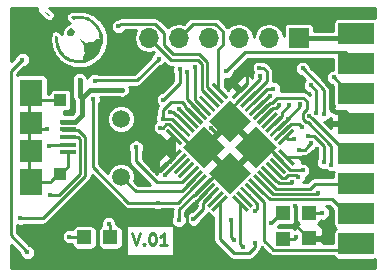
<source format=gtl>
%TF.GenerationSoftware,KiCad,Pcbnew,4.0.7*%
%TF.CreationDate,2017-12-01T19:39:18+08:00*%
%TF.ProjectId,ST-Link V2.1,53542D4C696E6B2056322E312E6B6963,rev?*%
%TF.FileFunction,Copper,L1,Top,Signal*%
%FSLAX46Y46*%
G04 Gerber Fmt 4.6, Leading zero omitted, Abs format (unit mm)*
G04 Created by KiCad (PCBNEW 4.0.7) date 12/01/17 19:39:18*
%MOMM*%
%LPD*%
G01*
G04 APERTURE LIST*
%ADD10C,0.100000*%
%ADD11C,0.250000*%
%ADD12C,1.500000*%
%ADD13R,1.700000X1.700000*%
%ADD14O,1.700000X1.700000*%
%ADD15R,1.200000X1.200000*%
%ADD16R,1.900000X2.250000*%
%ADD17R,1.000000X1.000000*%
%ADD18R,1.350000X0.400000*%
%ADD19R,1.900000X1.900000*%
%ADD20C,0.450000*%
%ADD21C,0.453000*%
%ADD22C,0.400000*%
%ADD23C,0.600000*%
%ADD24C,0.254000*%
G04 APERTURE END LIST*
D10*
D11*
X10736191Y-19562381D02*
X11069524Y-20562381D01*
X11402858Y-19562381D01*
X11736191Y-20467143D02*
X11783810Y-20514762D01*
X11736191Y-20562381D01*
X11688572Y-20514762D01*
X11736191Y-20467143D01*
X11736191Y-20562381D01*
X12402857Y-19562381D02*
X12498096Y-19562381D01*
X12593334Y-19610000D01*
X12640953Y-19657619D01*
X12688572Y-19752857D01*
X12736191Y-19943333D01*
X12736191Y-20181429D01*
X12688572Y-20371905D01*
X12640953Y-20467143D01*
X12593334Y-20514762D01*
X12498096Y-20562381D01*
X12402857Y-20562381D01*
X12307619Y-20514762D01*
X12260000Y-20467143D01*
X12212381Y-20371905D01*
X12164762Y-20181429D01*
X12164762Y-19943333D01*
X12212381Y-19752857D01*
X12260000Y-19657619D01*
X12307619Y-19610000D01*
X12402857Y-19562381D01*
X13688572Y-20562381D02*
X13117143Y-20562381D01*
X13402857Y-20562381D02*
X13402857Y-19562381D01*
X13307619Y-19705238D01*
X13212381Y-19800476D01*
X13117143Y-19848095D01*
D10*
G36*
X5273081Y-2362661D02*
X5208481Y-2555492D01*
X5238165Y-2715492D01*
X5337700Y-2827917D01*
X5482649Y-2878023D01*
X5648576Y-2851064D01*
X5811048Y-2732296D01*
X5876053Y-2531225D01*
X5841064Y-2370174D01*
X5734676Y-2260969D01*
X5585485Y-2215432D01*
X5422088Y-2245388D01*
X5273081Y-2362661D01*
X5273081Y-2362661D01*
G37*
G36*
X5749180Y-1468164D02*
X5546869Y-1261193D01*
X5760037Y-1192174D01*
X5973234Y-1149508D01*
X6185087Y-1131924D01*
X6394225Y-1138151D01*
X6599275Y-1166917D01*
X6798864Y-1216952D01*
X6991619Y-1286985D01*
X7176168Y-1375743D01*
X7351139Y-1481957D01*
X7515159Y-1604356D01*
X7666856Y-1741667D01*
X7804856Y-1892621D01*
X7927788Y-2055946D01*
X8034279Y-2230370D01*
X8122956Y-2414624D01*
X8192447Y-2607435D01*
X8241380Y-2807533D01*
X8268381Y-3013646D01*
X8272079Y-3224504D01*
X8251100Y-3438836D01*
X8204072Y-3655369D01*
X8129623Y-3872835D01*
X8026380Y-4089960D01*
X7892971Y-4305474D01*
X7748750Y-4491403D01*
X7592132Y-4653913D01*
X7424711Y-4793493D01*
X7248083Y-4910634D01*
X7063840Y-5005826D01*
X6873577Y-5079558D01*
X6678889Y-5132323D01*
X6481368Y-5164608D01*
X6282608Y-5176905D01*
X6084205Y-5169704D01*
X5887752Y-5143495D01*
X5694843Y-5098767D01*
X5507072Y-5036012D01*
X5326034Y-4955719D01*
X5153321Y-4858378D01*
X4990528Y-4744479D01*
X4839250Y-4614514D01*
X4701080Y-4468971D01*
X4577612Y-4308341D01*
X4470441Y-4133114D01*
X4381160Y-3943780D01*
X4311363Y-3740829D01*
X4262645Y-3524752D01*
X4236599Y-3296039D01*
X4234820Y-3055179D01*
X4258901Y-2802664D01*
X4494311Y-2982435D01*
X4497593Y-3282959D01*
X4538837Y-3557896D01*
X4614113Y-3807322D01*
X4719494Y-4031311D01*
X4851050Y-4229937D01*
X5004853Y-4403275D01*
X5176974Y-4551399D01*
X5363485Y-4674385D01*
X5560456Y-4772306D01*
X5763960Y-4845237D01*
X5970067Y-4893253D01*
X6174849Y-4916429D01*
X6374378Y-4914838D01*
X6564724Y-4888555D01*
X6558237Y-4626115D01*
X6625611Y-4431323D01*
X6730315Y-4273260D01*
X6632533Y-4013820D01*
X6636011Y-3823977D01*
X6688747Y-3667994D01*
X6280676Y-3138385D01*
X6836106Y-3460928D01*
X7047938Y-3349101D01*
X7248952Y-3332272D01*
X7440657Y-3397216D01*
X7563167Y-3242257D01*
X7750578Y-3145161D01*
X8000674Y-3110511D01*
X7970436Y-2853305D01*
X7909476Y-2613111D01*
X7820452Y-2391058D01*
X7706023Y-2188272D01*
X7568845Y-2005881D01*
X7411578Y-1845012D01*
X7236879Y-1706794D01*
X7047407Y-1592352D01*
X6845819Y-1502816D01*
X6634773Y-1439312D01*
X6416928Y-1402967D01*
X6194941Y-1394909D01*
X5971471Y-1416266D01*
X5749175Y-1468164D01*
X5749180Y-1468164D01*
X5749180Y-1468164D01*
G37*
G36*
X3719221Y-1181840D02*
X3115432Y-651684D01*
X3792852Y-1093482D01*
X3719220Y-1181844D01*
X3719221Y-1181840D01*
X3719221Y-1181840D01*
G37*
D12*
X9798600Y-14762400D03*
X9798600Y-9882400D03*
D10*
G36*
X28200000Y-3570000D02*
X28200000Y-1770000D01*
X31200000Y-1770000D01*
X31200000Y-3570000D01*
X28200000Y-3570000D01*
X28200000Y-3570000D01*
G37*
G36*
X28200000Y-6110000D02*
X28200000Y-4310000D01*
X31200000Y-4310000D01*
X31200000Y-6110000D01*
X28200000Y-6110000D01*
X28200000Y-6110000D01*
G37*
G36*
X28200000Y-8650000D02*
X28200000Y-6850000D01*
X31200000Y-6850000D01*
X31200000Y-8650000D01*
X28200000Y-8650000D01*
X28200000Y-8650000D01*
G37*
G36*
X28200000Y-11190000D02*
X28200000Y-9390000D01*
X31200000Y-9390000D01*
X31200000Y-11190000D01*
X28200000Y-11190000D01*
X28200000Y-11190000D01*
G37*
G36*
X28200000Y-13730000D02*
X28200000Y-11930000D01*
X31200000Y-11930000D01*
X31200000Y-13730000D01*
X28200000Y-13730000D01*
X28200000Y-13730000D01*
G37*
G36*
X28200000Y-16270000D02*
X28200000Y-14470000D01*
X31200000Y-14470000D01*
X31200000Y-16270000D01*
X28200000Y-16270000D01*
X28200000Y-16270000D01*
G37*
G36*
X28200000Y-18810000D02*
X28200000Y-17010000D01*
X31200000Y-17010000D01*
X31200000Y-18810000D01*
X28200000Y-18810000D01*
X28200000Y-18810000D01*
G37*
G36*
X28200000Y-21350000D02*
X28200000Y-19550000D01*
X31200000Y-19550000D01*
X31200000Y-21350000D01*
X28200000Y-21350000D01*
X28200000Y-21350000D01*
G37*
D13*
X24835400Y-3027600D03*
D14*
X22295400Y-3027600D03*
X19755400Y-3027600D03*
X17215400Y-3027600D03*
X14675400Y-3027600D03*
X12135400Y-3027600D03*
D15*
X8892000Y-19918600D03*
X6692000Y-19918600D03*
X25680912Y-20006150D03*
X25680912Y-17806150D03*
X23523600Y-20027000D03*
X23523600Y-17827000D03*
D16*
X2200000Y-7650000D03*
X2200000Y-15200000D03*
D17*
X4650000Y-8275000D03*
X4650000Y-14575000D03*
D18*
X5300000Y-10125000D03*
X5300000Y-10775000D03*
X5300000Y-11425000D03*
X5300000Y-12075000D03*
X5300000Y-12725000D03*
D19*
X2200000Y-12625000D03*
X2200000Y-10225000D03*
D10*
G36*
X14773553Y-12126285D02*
X13536117Y-10888849D01*
X13748249Y-10676717D01*
X14985685Y-11914153D01*
X14773553Y-12126285D01*
X14773553Y-12126285D01*
G37*
G36*
X15127106Y-11772732D02*
X13889670Y-10535296D01*
X14101802Y-10323164D01*
X15339238Y-11560600D01*
X15127106Y-11772732D01*
X15127106Y-11772732D01*
G37*
G36*
X15480660Y-11419178D02*
X14243224Y-10181742D01*
X14455356Y-9969610D01*
X15692792Y-11207046D01*
X15480660Y-11419178D01*
X15480660Y-11419178D01*
G37*
G36*
X15834213Y-11065625D02*
X14596777Y-9828189D01*
X14808909Y-9616057D01*
X16046345Y-10853493D01*
X15834213Y-11065625D01*
X15834213Y-11065625D01*
G37*
G36*
X16187766Y-10712072D02*
X14950330Y-9474636D01*
X15162462Y-9262504D01*
X16399898Y-10499940D01*
X16187766Y-10712072D01*
X16187766Y-10712072D01*
G37*
G36*
X15516016Y-8908950D02*
X16753452Y-10146386D01*
X16541320Y-10358518D01*
X15303884Y-9121082D01*
X15516016Y-8908950D01*
X15516016Y-8908950D01*
G37*
G36*
X16894873Y-10004965D02*
X15657437Y-8767529D01*
X15869569Y-8555397D01*
X17107005Y-9792833D01*
X16894873Y-10004965D01*
X16894873Y-10004965D01*
G37*
G36*
X17248427Y-9651411D02*
X16010991Y-8413975D01*
X16223123Y-8201843D01*
X17460559Y-9439279D01*
X17248427Y-9651411D01*
X17248427Y-9651411D01*
G37*
G36*
X17601980Y-9297858D02*
X16364544Y-8060422D01*
X16576676Y-7848290D01*
X17814112Y-9085726D01*
X17601980Y-9297858D01*
X17601980Y-9297858D01*
G37*
G36*
X17955533Y-8944305D02*
X16718097Y-7706869D01*
X16930229Y-7494737D01*
X18167665Y-8732173D01*
X17955533Y-8944305D01*
X17955533Y-8944305D01*
G37*
G36*
X18309087Y-8590751D02*
X17071651Y-7353315D01*
X17283783Y-7141183D01*
X18521219Y-8378619D01*
X18309087Y-8590751D01*
X18309087Y-8590751D01*
G37*
G36*
X18662640Y-8237198D02*
X17425204Y-6999762D01*
X17637336Y-6787630D01*
X18874772Y-8025066D01*
X18662640Y-8237198D01*
X18662640Y-8237198D01*
G37*
G36*
X17107005Y-14742581D02*
X15869569Y-15980017D01*
X15657437Y-15767885D01*
X16894873Y-14530449D01*
X17107005Y-14742581D01*
X17107005Y-14742581D01*
G37*
G36*
X16753452Y-14389028D02*
X15516016Y-15626464D01*
X15303884Y-15414332D01*
X16541320Y-14176896D01*
X16753452Y-14389028D01*
X16753452Y-14389028D01*
G37*
G36*
X16399898Y-14035474D02*
X15162462Y-15272910D01*
X14950330Y-15060778D01*
X16187766Y-13823342D01*
X16399898Y-14035474D01*
X16399898Y-14035474D01*
G37*
G36*
X16046345Y-13681921D02*
X14808909Y-14919357D01*
X14596777Y-14707225D01*
X15834213Y-13469789D01*
X16046345Y-13681921D01*
X16046345Y-13681921D01*
G37*
G36*
X15692792Y-13328368D02*
X14455356Y-14565804D01*
X14243224Y-14353672D01*
X15480660Y-13116236D01*
X15692792Y-13328368D01*
X15692792Y-13328368D01*
G37*
G36*
X15339238Y-12974814D02*
X14101802Y-14212250D01*
X13889670Y-14000118D01*
X15127106Y-12762682D01*
X15339238Y-12974814D01*
X15339238Y-12974814D01*
G37*
G36*
X17460559Y-15096135D02*
X16223123Y-16333571D01*
X16010991Y-16121439D01*
X17248427Y-14884003D01*
X17460559Y-15096135D01*
X17460559Y-15096135D01*
G37*
G36*
X14985685Y-12621261D02*
X13748249Y-13858697D01*
X13536117Y-13646565D01*
X14773553Y-12409129D01*
X14985685Y-12621261D01*
X14985685Y-12621261D01*
G37*
G36*
X17814112Y-15449688D02*
X16576676Y-16687124D01*
X16364544Y-16474992D01*
X17601980Y-15237556D01*
X17814112Y-15449688D01*
X17814112Y-15449688D01*
G37*
G36*
X18167665Y-15803241D02*
X16930229Y-17040677D01*
X16718097Y-16828545D01*
X17955533Y-15591109D01*
X18167665Y-15803241D01*
X18167665Y-15803241D01*
G37*
G36*
X18521219Y-16156795D02*
X17283783Y-17394231D01*
X17071651Y-17182099D01*
X18309087Y-15944663D01*
X18521219Y-16156795D01*
X18521219Y-16156795D01*
G37*
G36*
X18874772Y-16510348D02*
X17637336Y-17747784D01*
X17425204Y-17535652D01*
X18662640Y-16298216D01*
X18874772Y-16510348D01*
X18874772Y-16510348D01*
G37*
G36*
X22516372Y-15626464D02*
X21278936Y-14389028D01*
X21491068Y-14176896D01*
X22728504Y-15414332D01*
X22516372Y-15626464D01*
X22516372Y-15626464D01*
G37*
G36*
X22162819Y-15980017D02*
X20925383Y-14742581D01*
X21137515Y-14530449D01*
X22374951Y-15767885D01*
X22162819Y-15980017D01*
X22162819Y-15980017D01*
G37*
G36*
X21809265Y-16333571D02*
X20571829Y-15096135D01*
X20783961Y-14884003D01*
X22021397Y-16121439D01*
X21809265Y-16333571D01*
X21809265Y-16333571D01*
G37*
G36*
X21455712Y-16687124D02*
X20218276Y-15449688D01*
X20430408Y-15237556D01*
X21667844Y-16474992D01*
X21455712Y-16687124D01*
X21455712Y-16687124D01*
G37*
G36*
X21102159Y-17040677D02*
X19864723Y-15803241D01*
X20076855Y-15591109D01*
X21314291Y-16828545D01*
X21102159Y-17040677D01*
X21102159Y-17040677D01*
G37*
G36*
X20748605Y-17394231D02*
X19511169Y-16156795D01*
X19723301Y-15944663D01*
X20960737Y-17182099D01*
X20748605Y-17394231D01*
X20748605Y-17394231D01*
G37*
G36*
X20395052Y-17747784D02*
X19157616Y-16510348D01*
X19369748Y-16298216D01*
X20607184Y-17535652D01*
X20395052Y-17747784D01*
X20395052Y-17747784D01*
G37*
G36*
X22869926Y-15272910D02*
X21632490Y-14035474D01*
X21844622Y-13823342D01*
X23082058Y-15060778D01*
X22869926Y-15272910D01*
X22869926Y-15272910D01*
G37*
G36*
X23223479Y-14919357D02*
X21986043Y-13681921D01*
X22198175Y-13469789D01*
X23435611Y-14707225D01*
X23223479Y-14919357D01*
X23223479Y-14919357D01*
G37*
G36*
X23577032Y-14565804D02*
X22339596Y-13328368D01*
X22551728Y-13116236D01*
X23789164Y-14353672D01*
X23577032Y-14565804D01*
X23577032Y-14565804D01*
G37*
G36*
X23930586Y-14212250D02*
X22693150Y-12974814D01*
X22905282Y-12762682D01*
X24142718Y-14000118D01*
X23930586Y-14212250D01*
X23930586Y-14212250D01*
G37*
G36*
X24284139Y-13858697D02*
X23046703Y-12621261D01*
X23258835Y-12409129D01*
X24496271Y-13646565D01*
X24284139Y-13858697D01*
X24284139Y-13858697D01*
G37*
G36*
X22374951Y-8767529D02*
X21137515Y-10004965D01*
X20925383Y-9792833D01*
X22162819Y-8555397D01*
X22374951Y-8767529D01*
X22374951Y-8767529D01*
G37*
G36*
X22728504Y-9121082D02*
X21491068Y-10358518D01*
X21278936Y-10146386D01*
X22516372Y-8908950D01*
X22728504Y-9121082D01*
X22728504Y-9121082D01*
G37*
G36*
X22021397Y-8413975D02*
X20783961Y-9651411D01*
X20571829Y-9439279D01*
X21809265Y-8201843D01*
X22021397Y-8413975D01*
X22021397Y-8413975D01*
G37*
G36*
X21667844Y-8060422D02*
X20430408Y-9297858D01*
X20218276Y-9085726D01*
X21455712Y-7848290D01*
X21667844Y-8060422D01*
X21667844Y-8060422D01*
G37*
G36*
X21314291Y-7706869D02*
X20076855Y-8944305D01*
X19864723Y-8732173D01*
X21102159Y-7494737D01*
X21314291Y-7706869D01*
X21314291Y-7706869D01*
G37*
G36*
X20960737Y-7353315D02*
X19723301Y-8590751D01*
X19511169Y-8378619D01*
X20748605Y-7141183D01*
X20960737Y-7353315D01*
X20960737Y-7353315D01*
G37*
G36*
X20607184Y-6999762D02*
X19369748Y-8237198D01*
X19157616Y-8025066D01*
X20395052Y-6787630D01*
X20607184Y-6999762D01*
X20607184Y-6999762D01*
G37*
G36*
X23082058Y-9474636D02*
X21844622Y-10712072D01*
X21632490Y-10499940D01*
X22869926Y-9262504D01*
X23082058Y-9474636D01*
X23082058Y-9474636D01*
G37*
G36*
X23435611Y-9828189D02*
X22198175Y-11065625D01*
X21986043Y-10853493D01*
X23223479Y-9616057D01*
X23435611Y-9828189D01*
X23435611Y-9828189D01*
G37*
G36*
X23789164Y-10181742D02*
X22551728Y-11419178D01*
X22339596Y-11207046D01*
X23577032Y-9969610D01*
X23789164Y-10181742D01*
X23789164Y-10181742D01*
G37*
G36*
X24142718Y-10535296D02*
X22905282Y-11772732D01*
X22693150Y-11560600D01*
X23930586Y-10323164D01*
X24142718Y-10535296D01*
X24142718Y-10535296D01*
G37*
G36*
X24496271Y-10888849D02*
X23258835Y-12126285D01*
X23046703Y-11914153D01*
X24284139Y-10676717D01*
X24496271Y-10888849D01*
X24496271Y-10888849D01*
G37*
G36*
X16824163Y-14035474D02*
X15056396Y-12267707D01*
X16824163Y-10499940D01*
X18591930Y-12267707D01*
X16824163Y-14035474D01*
X16824163Y-14035474D01*
G37*
G36*
X21208225Y-14035474D02*
X19440458Y-12267707D01*
X21208225Y-10499940D01*
X22975992Y-12267707D01*
X21208225Y-14035474D01*
X21208225Y-14035474D01*
G37*
G36*
X19016194Y-11843443D02*
X17248427Y-10075676D01*
X19016194Y-8307909D01*
X20783961Y-10075676D01*
X19016194Y-11843443D01*
X19016194Y-11843443D01*
G37*
G36*
X19016194Y-16227505D02*
X17248427Y-14459738D01*
X19016194Y-12691971D01*
X20783961Y-14459738D01*
X19016194Y-16227505D01*
X19016194Y-16227505D01*
G37*
D20*
X26350041Y-12398806D03*
D21*
X25880000Y-13950000D03*
D20*
X27610000Y-8970000D03*
X24548601Y-17263567D03*
D21*
X10550000Y-2725000D03*
X7831000Y-18000000D03*
X12590000Y-14170000D03*
X20466600Y-5823463D03*
X2400000Y-3750000D03*
X16377200Y-20147200D03*
X12160800Y-10647600D03*
X16199400Y-16896000D03*
X6300000Y-6570000D03*
X9874800Y-7421800D03*
D20*
X24590000Y-19879982D03*
D21*
X26840000Y-17830000D03*
X3750000Y-16300000D03*
D20*
X25746148Y-9619312D03*
D21*
X24048000Y-8717200D03*
X25888672Y-11938800D03*
D20*
X26979990Y-9449891D03*
D21*
X24825102Y-12488555D03*
X26490000Y-16148518D03*
X25170000Y-5590000D03*
X27597160Y-13742831D03*
D20*
X21125238Y-20429991D03*
X20099189Y-20690009D03*
D21*
X1425000Y-4875000D03*
X1875000Y-21175000D03*
X26969334Y-13563225D03*
X25644129Y-11333307D03*
D20*
X26337712Y-9349929D03*
D21*
X25835916Y-7040868D03*
D20*
X23178669Y-8711469D03*
D21*
X22701731Y-7324250D03*
X22386874Y-7909212D03*
X9577737Y-2035535D03*
X24420000Y-11550000D03*
D20*
X13973969Y-9274991D03*
X15386600Y-5904981D03*
X13343964Y-9872340D03*
X16047000Y-5457209D03*
X15920010Y-18341288D03*
D21*
X27799053Y-6364621D03*
X18714000Y-5821600D03*
X21506389Y-5551509D03*
D20*
X21107856Y-17639995D03*
D21*
X25110000Y-10590000D03*
X24975000Y-8650000D03*
D20*
X23894249Y-9864533D03*
X7410000Y-8237811D03*
D21*
X12890000Y-16960000D03*
X25160492Y-14227542D03*
D20*
X14700000Y-18480000D03*
D21*
X17450000Y-10670000D03*
D20*
X3500000Y-10700000D03*
D21*
X5425000Y-19850000D03*
X19320000Y-20140000D03*
X22510000Y-18680002D03*
X19090000Y-18443499D03*
X21548975Y-6209202D03*
X13126000Y-10622200D03*
D20*
X11060000Y-12274989D03*
X12975000Y-4775000D03*
X7567591Y-6642480D03*
D21*
X1198491Y-18274998D03*
X3675000Y-12200000D03*
X13376519Y-8257999D03*
X14769486Y-5676714D03*
D20*
X14709607Y-9002400D03*
D21*
X8750000Y-18775000D03*
X24309744Y-15209809D03*
X24784498Y-14761444D03*
X13518009Y-14668009D03*
D11*
X10550000Y-2725000D02*
X7535000Y-5740000D01*
X7535000Y-5740000D02*
X4390000Y-5740000D01*
X4390000Y-5740000D02*
X2400000Y-3750000D01*
X25910000Y-13469984D02*
X26350041Y-13029943D01*
X25880000Y-13629681D02*
X25880000Y-13950000D01*
X25880000Y-13499984D02*
X25880000Y-13629681D01*
X26350041Y-12717004D02*
X26350041Y-12398806D01*
X26350041Y-13029943D02*
X26350041Y-12717004D01*
X25910000Y-13469984D02*
X25880000Y-13499984D01*
D22*
X29700000Y-10290000D02*
X28729290Y-9319290D01*
X26900000Y-6532800D02*
X27610000Y-7242800D01*
X27610000Y-7242800D02*
X27610000Y-8651802D01*
X27834999Y-9194999D02*
X27610000Y-8970000D01*
X27610000Y-8651802D02*
X27610000Y-8970000D01*
X28729290Y-9319290D02*
X27959290Y-9319290D01*
X27959290Y-9319290D02*
X27834999Y-9194999D01*
D11*
X15370001Y-19140001D02*
X16150701Y-19920701D01*
X16199400Y-16896000D02*
X15370001Y-17725399D01*
X15370001Y-17725399D02*
X15370001Y-19140001D01*
X16150701Y-19920701D02*
X16377200Y-20147200D01*
X24548601Y-17581765D02*
X24548601Y-17263567D01*
X25680912Y-20006150D02*
X24548601Y-18873839D01*
X24548601Y-18873839D02*
X24548601Y-17581765D01*
X26900000Y-6532800D02*
X26900000Y-5370000D01*
D22*
X12590000Y-14170000D02*
X12595000Y-14175000D01*
X12595000Y-14175000D02*
X13125000Y-14175000D01*
X13125000Y-14175000D02*
X13600000Y-13700000D01*
D11*
X13800000Y-13500000D02*
X13600000Y-13700000D01*
D22*
X14225538Y-11436864D02*
X14225538Y-13074462D01*
D11*
X14260901Y-13133913D02*
X14260901Y-13139099D01*
X14260901Y-13139099D02*
X13900000Y-13500000D01*
X13900000Y-13500000D02*
X13800000Y-13500000D01*
X23771487Y-13133913D02*
X25573929Y-13133913D01*
X25573929Y-13133913D02*
X25910000Y-13469984D01*
X26900000Y-5370000D02*
X26513400Y-4983400D01*
X26513400Y-4983400D02*
X23184400Y-4983400D01*
D22*
X12160800Y-13740800D02*
X12590000Y-14170000D01*
X12160800Y-10647600D02*
X12160800Y-13740800D01*
D11*
X19882400Y-7512414D02*
X20450000Y-6944814D01*
X20450000Y-6944814D02*
X20450000Y-5840063D01*
X20450000Y-5840063D02*
X20466600Y-5823463D01*
X23184400Y-4983400D02*
X21666600Y-4983400D01*
X21666600Y-4983400D02*
X21650000Y-5000000D01*
X21650000Y-5000000D02*
X20825000Y-5000000D01*
X20825000Y-5000000D02*
X20466600Y-5358400D01*
X20466600Y-5358400D02*
X20466600Y-5823463D01*
X23159000Y-5008800D02*
X23184400Y-4983400D01*
X14260901Y-13133913D02*
X14260901Y-11401501D01*
X12160800Y-10647600D02*
X12160800Y-10965798D01*
X12160800Y-9809400D02*
X12160800Y-10647600D01*
X17089328Y-15962340D02*
X16199400Y-16852268D01*
X16199400Y-16852268D02*
X16199400Y-16896000D01*
D22*
X5895200Y-10150000D02*
X6370000Y-9675200D01*
X6471200Y-8108800D02*
X6471200Y-9574000D01*
X6370000Y-9675200D02*
X6470000Y-9575200D01*
X6471200Y-9574000D02*
X6370000Y-9675200D01*
X6300000Y-6570000D02*
X6300000Y-7937600D01*
X6300000Y-7937600D02*
X6471200Y-8108800D01*
X6471200Y-8108800D02*
X7158200Y-7421800D01*
X7158200Y-7421800D02*
X9874800Y-7421800D01*
X6300000Y-7460000D02*
X6300000Y-6570000D01*
X4820200Y-10150000D02*
X5895200Y-10150000D01*
X4820200Y-10150000D02*
X5295200Y-10150000D01*
D11*
X23523600Y-20027000D02*
X24442982Y-20027000D01*
X24442982Y-20027000D02*
X24590000Y-19879982D01*
X26816150Y-17806150D02*
X26840000Y-17830000D01*
X25680912Y-17806150D02*
X26816150Y-17806150D01*
X4070319Y-16300000D02*
X3750000Y-16300000D01*
X6300000Y-14510001D02*
X4510001Y-16300000D01*
X6300000Y-11614999D02*
X6300000Y-14510001D01*
X5939801Y-11450000D02*
X6135001Y-11450000D01*
X6135001Y-11450000D02*
X6300000Y-11614999D01*
X4510001Y-16300000D02*
X4070319Y-16300000D01*
X5150000Y-11420000D02*
X5909801Y-11420000D01*
X5909801Y-11420000D02*
X5939801Y-11450000D01*
X4820200Y-11450000D02*
X5939801Y-11450000D01*
X25971147Y-9844311D02*
X25746148Y-9619312D01*
X28731836Y-12605000D02*
X25971147Y-9844311D01*
X29650000Y-12605000D02*
X28731836Y-12605000D01*
X22710827Y-10340841D02*
X22710827Y-10305501D01*
X24048000Y-8742000D02*
X24048000Y-8717200D01*
X22710827Y-10305501D02*
X23407067Y-9609261D01*
X23407067Y-9609261D02*
X23407067Y-9382933D01*
X23407067Y-9382933D02*
X24048000Y-8742000D01*
X24825102Y-12488555D02*
X25338917Y-12488555D01*
X25662173Y-12165299D02*
X25888672Y-11938800D01*
X25338917Y-12488555D02*
X25662173Y-12165299D01*
X26979990Y-9131693D02*
X26979990Y-9449891D01*
X25170000Y-5590000D02*
X26979990Y-7399990D01*
X26979990Y-7399990D02*
X26979990Y-9131693D01*
X21650167Y-15255233D02*
X22644953Y-16250019D01*
X22644953Y-16250019D02*
X26449981Y-16250019D01*
X26449981Y-16250019D02*
X26475000Y-16225000D01*
X26475000Y-16225000D02*
X26475000Y-16163518D01*
X26475000Y-16163518D02*
X26490000Y-16148518D01*
X27597160Y-13422512D02*
X27597160Y-13742831D01*
X27597160Y-12148355D02*
X27597160Y-13422512D01*
X25526500Y-8396500D02*
X25526500Y-9024958D01*
X21650167Y-9280181D02*
X22432503Y-8497845D01*
X25526500Y-9024958D02*
X25196147Y-9355311D01*
X25196147Y-9355311D02*
X25196147Y-9883313D01*
X22432503Y-8497845D02*
X22610123Y-8497845D01*
X25196147Y-9883313D02*
X25482147Y-10169313D01*
X25228500Y-8098500D02*
X25526500Y-8396500D01*
X25482147Y-10169313D02*
X25618118Y-10169313D01*
X25618118Y-10169313D02*
X27597160Y-12148355D01*
X22610123Y-8497845D02*
X23009468Y-8098500D01*
X23009468Y-8098500D02*
X25228500Y-8098500D01*
X21125238Y-20748189D02*
X21125238Y-20429991D01*
X19333789Y-21240010D02*
X20633417Y-21240010D01*
X18149988Y-17023000D02*
X18149988Y-20056209D01*
X20633417Y-21240010D02*
X21125238Y-20748189D01*
X18149988Y-20056209D02*
X19333789Y-21240010D01*
X19882400Y-17023000D02*
X19882400Y-20473220D01*
X19882400Y-20473220D02*
X20099189Y-20690009D01*
X1875000Y-21175000D02*
X450000Y-19750000D01*
X450000Y-19750000D02*
X450000Y-5850000D01*
X450000Y-5850000D02*
X1425000Y-4875000D01*
X26969334Y-13563225D02*
X26969334Y-12156939D01*
X25964448Y-11333307D02*
X25644129Y-11333307D01*
X26145702Y-11333307D02*
X25964448Y-11333307D01*
X26969334Y-12156939D02*
X26145702Y-11333307D01*
X26337712Y-9031731D02*
X26337712Y-9349929D01*
X26337712Y-7542664D02*
X26337712Y-9031731D01*
X25835916Y-7040868D02*
X26337712Y-7542664D01*
X22735301Y-8937495D02*
X22952643Y-8937495D01*
X22728490Y-8944306D02*
X22735301Y-8937495D01*
X22003720Y-9633734D02*
X22693148Y-8944306D01*
X22693148Y-8944306D02*
X22728490Y-8944306D01*
X22952643Y-8937495D02*
X23178669Y-8711469D01*
X22191884Y-7324250D02*
X22701731Y-7324250D01*
X20943060Y-8573074D02*
X22191884Y-7324250D01*
X22314028Y-7909212D02*
X22386874Y-7909212D01*
X21296613Y-8926627D02*
X22314028Y-7909212D01*
X13456200Y-2609399D02*
X12655837Y-1809036D01*
X17100195Y-7169727D02*
X17100195Y-5045995D01*
X17100195Y-5045995D02*
X16402600Y-4348400D01*
X17796435Y-7865967D02*
X17100195Y-7169727D01*
X16402600Y-4348400D02*
X14192800Y-4348400D01*
X9804236Y-1809036D02*
X9577737Y-2035535D01*
X14192800Y-4348400D02*
X13456200Y-3611800D01*
X13456200Y-3611800D02*
X13456200Y-2609399D01*
X12655837Y-1809036D02*
X9804236Y-1809036D01*
X24420000Y-11550000D02*
X23919986Y-11550000D01*
X23919986Y-11550000D02*
X23771487Y-11401501D01*
X14168196Y-9274991D02*
X13973969Y-9274991D01*
X14445606Y-9552401D02*
X14168196Y-9274991D01*
X15321561Y-10340841D02*
X14533121Y-9552401D01*
X14533121Y-9552401D02*
X14445606Y-9552401D01*
X16382221Y-9280181D02*
X16382221Y-9244839D01*
X16382221Y-9244839D02*
X15685982Y-8548600D01*
X15685982Y-8548600D02*
X15685982Y-8513242D01*
X15685982Y-8513242D02*
X15386600Y-8213860D01*
X15386600Y-8213860D02*
X15386600Y-5904981D01*
X16028668Y-9633734D02*
X15235972Y-8841038D01*
X13343964Y-9106775D02*
X13343964Y-9872340D01*
X15235972Y-8699642D02*
X14979442Y-8443112D01*
X14979442Y-8443112D02*
X14007627Y-8443112D01*
X14007627Y-8443112D02*
X13343964Y-9106775D01*
X15235972Y-8841038D02*
X15235972Y-8699642D01*
X16028668Y-9633734D02*
X16094934Y-9700000D01*
X16094934Y-9700000D02*
X16130274Y-9700000D01*
X14968008Y-10694394D02*
X14932666Y-10694394D01*
X14932666Y-10694394D02*
X14113272Y-9875000D01*
X14113272Y-9875000D02*
X13664822Y-9875000D01*
X13664822Y-9875000D02*
X13662162Y-9872340D01*
X13662162Y-9872340D02*
X13343964Y-9872340D01*
X16735775Y-8926627D02*
X16047000Y-8237852D01*
X16047000Y-8237852D02*
X16047000Y-8202512D01*
X16047000Y-7918332D02*
X16047000Y-5457209D01*
X16047000Y-8202512D02*
X16039535Y-8195047D01*
X16039535Y-8195047D02*
X16039535Y-7925797D01*
X16039535Y-7925797D02*
X16047000Y-7918332D01*
X16145009Y-18116289D02*
X15920010Y-18341288D01*
X16746642Y-17012132D02*
X16746642Y-17514656D01*
X17442881Y-16315893D02*
X16746642Y-17012132D01*
X16746642Y-17514656D02*
X16145009Y-18116289D01*
X28959432Y-7525000D02*
X27799053Y-6364621D01*
X29650000Y-7525000D02*
X28959432Y-7525000D01*
X18714000Y-5821600D02*
X20296310Y-4239290D01*
X20296310Y-4239290D02*
X28729290Y-4239290D01*
X28729290Y-4239290D02*
X29700000Y-5210000D01*
X29650000Y-4985000D02*
X29123391Y-4458391D01*
X14675400Y-3027600D02*
X15850400Y-1852600D01*
X18390400Y-3591601D02*
X18020000Y-3962001D01*
X18020000Y-7380000D02*
X18149988Y-7509988D01*
X15850400Y-1852600D02*
X17779401Y-1852600D01*
X17779401Y-1852600D02*
X18390400Y-2463599D01*
X18390400Y-2463599D02*
X18390400Y-3591601D01*
X18020000Y-3962001D02*
X18020000Y-7380000D01*
X18149988Y-7509988D02*
X18149988Y-7512414D01*
X20589507Y-8219521D02*
X22140000Y-6669028D01*
X22140000Y-6669028D02*
X22140000Y-5864801D01*
X22140000Y-5864801D02*
X21826708Y-5551509D01*
X21826708Y-5551509D02*
X21506389Y-5551509D01*
X21332855Y-17414996D02*
X21107856Y-17639995D01*
X21332855Y-17059241D02*
X21332855Y-17414996D01*
X20589507Y-16315893D02*
X21332855Y-17059241D01*
X23453274Y-11047948D02*
X24149514Y-10351708D01*
X24149514Y-10351708D02*
X24871708Y-10351708D01*
X24871708Y-10351708D02*
X25110000Y-10590000D01*
X23417934Y-11047948D02*
X23453274Y-11047948D01*
X24975000Y-8783782D02*
X24975000Y-8650000D01*
X23894249Y-9864533D02*
X24975000Y-8783782D01*
X23894241Y-9864533D02*
X23894249Y-9864533D01*
X23064380Y-10694394D02*
X23894241Y-9864533D01*
X14642114Y-16960000D02*
X12890000Y-16960000D01*
X16346881Y-15255233D02*
X14642114Y-16960000D01*
X16382221Y-15255233D02*
X16346881Y-15255233D01*
X12890000Y-16960000D02*
X10405199Y-16960000D01*
X10405199Y-16960000D02*
X7410000Y-13964801D01*
X7410000Y-13964801D02*
X7410000Y-8237811D01*
X25121449Y-14188499D02*
X25160492Y-14227542D01*
X24118967Y-14188499D02*
X25121449Y-14188499D01*
X23417934Y-13487466D02*
X24118967Y-14188499D01*
X15940309Y-16298215D02*
X14700000Y-17538524D01*
X14700000Y-18161802D02*
X14700000Y-18480000D01*
X14700000Y-17538524D02*
X14700000Y-18161802D01*
X16735775Y-15608787D02*
X16046347Y-16298215D01*
X16046347Y-16298215D02*
X15940309Y-16298215D01*
X4650000Y-14575000D02*
X5300000Y-13925000D01*
X5300000Y-13925000D02*
X5300000Y-12725000D01*
X3500000Y-10700000D02*
X2530000Y-10700000D01*
X2530000Y-10700000D02*
X2050000Y-10220000D01*
X4465592Y-8285792D02*
X2640592Y-8285792D01*
X2640592Y-8285792D02*
X2015592Y-7660792D01*
X2015592Y-10235792D02*
X2015592Y-7660792D01*
X2015592Y-12635792D02*
X2015592Y-10235792D01*
X2015592Y-15210792D02*
X2015592Y-12635792D01*
X2015592Y-15210792D02*
X3870792Y-15210792D01*
X3870792Y-15210792D02*
X3880000Y-15220000D01*
X3880000Y-15220000D02*
X3880000Y-15153806D01*
X3880000Y-15153806D02*
X4233799Y-14800007D01*
X4233799Y-14800007D02*
X4465592Y-14800007D01*
X2120200Y-7950000D02*
X2120200Y-8550000D01*
D23*
X16824163Y-12267707D02*
X19016194Y-14459738D01*
X17851870Y-11240000D02*
X16824163Y-12267707D01*
X19016194Y-10075676D02*
X17851870Y-11240000D01*
D11*
X17851870Y-11240000D02*
X17851870Y-11071870D01*
X17851870Y-11071870D02*
X17450000Y-10670000D01*
X5493600Y-19918600D02*
X5425000Y-19850000D01*
X6692000Y-19918600D02*
X5493600Y-19918600D01*
D22*
X24835400Y-3027600D02*
X29342400Y-3027600D01*
X29342400Y-3027600D02*
X29700000Y-2670000D01*
D11*
X20235953Y-7865967D02*
X20235953Y-7830627D01*
X20235953Y-7830627D02*
X21560000Y-6506580D01*
X21560000Y-6506580D02*
X21560000Y-6220227D01*
X21560000Y-6220227D02*
X21548975Y-6209202D01*
X19090000Y-19910000D02*
X19320000Y-20140000D01*
X19090000Y-18443499D02*
X19090000Y-19910000D01*
X23523600Y-17827000D02*
X23477000Y-17827000D01*
X23477000Y-17827000D02*
X23460000Y-17810000D01*
X23460000Y-17810000D02*
X23380002Y-17810000D01*
X23380002Y-17810000D02*
X22510000Y-18680002D01*
D23*
X21208225Y-12267707D02*
X19016194Y-10075676D01*
X19016194Y-14459738D02*
X21208225Y-12267707D01*
D11*
X13882874Y-10351708D02*
X13613624Y-10351708D01*
X14579114Y-11047948D02*
X13882874Y-10351708D01*
X14614454Y-11047948D02*
X14579114Y-11047948D01*
X13613624Y-10351708D02*
X13343132Y-10622200D01*
X13343132Y-10622200D02*
X13126000Y-10622200D01*
X19016194Y-14459738D02*
X17884824Y-14459738D01*
X17884824Y-14459738D02*
X16735775Y-15608787D01*
X21208225Y-12267707D02*
X22198175Y-12267707D01*
X22198175Y-12267707D02*
X23417934Y-13487466D01*
X20235953Y-7865967D02*
X19016194Y-9085726D01*
X19016194Y-9085726D02*
X19016194Y-10075676D01*
X14614454Y-11047948D02*
X15834213Y-12267707D01*
X15834213Y-12267707D02*
X16824163Y-12267707D01*
X14751600Y-16007000D02*
X14923348Y-16007000D01*
X14751600Y-16007000D02*
X14929400Y-16007000D01*
X9798600Y-14762400D02*
X11043200Y-16007000D01*
X11043200Y-16007000D02*
X14751600Y-16007000D01*
X14929400Y-16007000D02*
X15228148Y-15708252D01*
X15228148Y-15708252D02*
X15228148Y-15702200D01*
X15228148Y-15702200D02*
X15437400Y-15492948D01*
X16028668Y-14901680D02*
X14923348Y-16007000D01*
X16028668Y-14901680D02*
X15437400Y-15492948D01*
X14923348Y-16007000D02*
X15437400Y-15492948D01*
X16028668Y-14901680D02*
X15993326Y-14901680D01*
X15675114Y-14548126D02*
X14978874Y-15244366D01*
X11060000Y-13466222D02*
X11060000Y-12274989D01*
X14978874Y-15244366D02*
X12838144Y-15244366D01*
X12838144Y-15244366D02*
X11060000Y-13466222D01*
X15675114Y-14548126D02*
X15639774Y-14548126D01*
X15675114Y-14548126D02*
X15658632Y-14548126D01*
X7567591Y-6642480D02*
X7585071Y-6625000D01*
X7585071Y-6625000D02*
X11125000Y-6625000D01*
X11125000Y-6625000D02*
X12975000Y-4775000D01*
X6121411Y-10800000D02*
X6750010Y-11428599D01*
X6750010Y-11428599D02*
X6750010Y-14696401D01*
X1518810Y-18274998D02*
X1198491Y-18274998D01*
X6750010Y-14696401D02*
X3171413Y-18274998D01*
X3171413Y-18274998D02*
X1518810Y-18274998D01*
X5926211Y-10800000D02*
X6121411Y-10800000D01*
X5150000Y-10770000D02*
X5896211Y-10770000D01*
X5896211Y-10770000D02*
X5926211Y-10800000D01*
X4820200Y-10800000D02*
X5926211Y-10800000D01*
X3775000Y-12100000D02*
X3675000Y-12200000D01*
X4820200Y-12100000D02*
X3775000Y-12100000D01*
X14769486Y-6865032D02*
X13376519Y-8257999D01*
X14769486Y-5676714D02*
X14769486Y-6865032D01*
X15675114Y-9987288D02*
X14709607Y-9021781D01*
X14709607Y-9021781D02*
X14709607Y-9002400D01*
X8892000Y-19918600D02*
X8892000Y-18917000D01*
X8892000Y-18917000D02*
X8750000Y-18775000D01*
X16622401Y-7399041D02*
X16622401Y-5204611D01*
X17442881Y-8219521D02*
X16622401Y-7399041D01*
X14015000Y-4907200D02*
X12135400Y-3027600D01*
X16622401Y-5204611D02*
X16324990Y-4907200D01*
X16324990Y-4907200D02*
X14015000Y-4907200D01*
X22003720Y-14901680D02*
X22902049Y-15800009D01*
X22902049Y-15800009D02*
X25774991Y-15800009D01*
X25774991Y-15800009D02*
X26205000Y-15370000D01*
X26205000Y-15370000D02*
X29700000Y-15370000D01*
X29446500Y-15348500D02*
X29650000Y-15145000D01*
X28635000Y-17685000D02*
X29650000Y-17685000D01*
X27650027Y-16700027D02*
X28635000Y-17685000D01*
X21296613Y-15608787D02*
X22387853Y-16700027D01*
X22387853Y-16700027D02*
X27650027Y-16700027D01*
X20943060Y-15962340D02*
X21935279Y-16954559D01*
X21935279Y-16954559D02*
X21935279Y-20223680D01*
X21935279Y-20223680D02*
X22561599Y-20850000D01*
X22598600Y-20887001D02*
X22671599Y-20960000D01*
X22561599Y-20850000D02*
X22598600Y-20850000D01*
X22598600Y-20850000D02*
X22598600Y-20887001D01*
X22671599Y-20960000D02*
X29260000Y-20960000D01*
X29260000Y-20960000D02*
X29260000Y-20890000D01*
X29260000Y-20890000D02*
X29700000Y-20450000D01*
X28800000Y-20225000D02*
X29650000Y-20225000D01*
X23159148Y-15350000D02*
X24169553Y-15350000D01*
X24169553Y-15350000D02*
X24309744Y-15209809D01*
X22357274Y-14548126D02*
X23159148Y-15350000D01*
X24671553Y-14648499D02*
X24784498Y-14761444D01*
X22710827Y-14194573D02*
X23407067Y-14890813D01*
X23953971Y-14648499D02*
X24671553Y-14648499D01*
X23711657Y-14890813D02*
X23953971Y-14648499D01*
X23407067Y-14890813D02*
X23711657Y-14890813D01*
X13518009Y-14583911D02*
X13518009Y-14668009D01*
X14614454Y-13487466D02*
X13518009Y-14583911D01*
D24*
G36*
X10014876Y-17350323D02*
X10193957Y-17469982D01*
X10405199Y-17512000D01*
X12517655Y-17512000D01*
X12519339Y-17513687D01*
X12759440Y-17613386D01*
X13019419Y-17613613D01*
X13259695Y-17514334D01*
X13262033Y-17512000D01*
X14153276Y-17512000D01*
X14148000Y-17538524D01*
X14148000Y-18109775D01*
X14147584Y-18110190D01*
X14048114Y-18349740D01*
X14047887Y-18609122D01*
X14146939Y-18848846D01*
X14156077Y-18858000D01*
X10213953Y-18858000D01*
X10213953Y-21462000D01*
X14306048Y-21462000D01*
X14306048Y-19008232D01*
X14330190Y-19032416D01*
X14569740Y-19131886D01*
X14829122Y-19132113D01*
X15068846Y-19033061D01*
X15252416Y-18849810D01*
X15338752Y-18641891D01*
X15366949Y-18710134D01*
X15550200Y-18893704D01*
X15789750Y-18993174D01*
X16049132Y-18993401D01*
X16288856Y-18894349D01*
X16472426Y-18711098D01*
X16571896Y-18471548D01*
X16571897Y-18470047D01*
X17136965Y-17904979D01*
X17153734Y-17879882D01*
X17329486Y-18055634D01*
X17462430Y-18146470D01*
X17597988Y-18175876D01*
X17597988Y-20056209D01*
X17640006Y-20267451D01*
X17759665Y-20446532D01*
X18943466Y-21630333D01*
X19122548Y-21749992D01*
X19333789Y-21792010D01*
X20633417Y-21792010D01*
X20844659Y-21749992D01*
X21023740Y-21630333D01*
X21515561Y-21138512D01*
X21635220Y-20959431D01*
X21664325Y-20813107D01*
X21677654Y-20799801D01*
X21693234Y-20762281D01*
X22171276Y-21240323D01*
X22193456Y-21255144D01*
X22208277Y-21277324D01*
X22281276Y-21350323D01*
X22460357Y-21469982D01*
X22671599Y-21512000D01*
X27796830Y-21512000D01*
X27887927Y-21653567D01*
X28030619Y-21751064D01*
X28200000Y-21785365D01*
X31200000Y-21785365D01*
X31298000Y-21766925D01*
X31298000Y-22498000D01*
X502000Y-22498000D01*
X502000Y-20582646D01*
X1221389Y-21302035D01*
X1221387Y-21304419D01*
X1320666Y-21544695D01*
X1504339Y-21728687D01*
X1744440Y-21828386D01*
X2004419Y-21828613D01*
X2244695Y-21729334D01*
X2428687Y-21545661D01*
X2528386Y-21305560D01*
X2528613Y-21045581D01*
X2429334Y-20805305D01*
X2245661Y-20621313D01*
X2005560Y-20521614D01*
X2002257Y-20521611D01*
X1460065Y-19979419D01*
X4771387Y-19979419D01*
X4870666Y-20219695D01*
X5054339Y-20403687D01*
X5294440Y-20503386D01*
X5554419Y-20503613D01*
X5634317Y-20470600D01*
X5656635Y-20470600D01*
X5656635Y-20518600D01*
X5686409Y-20676837D01*
X5779927Y-20822167D01*
X5922619Y-20919664D01*
X6092000Y-20953965D01*
X7292000Y-20953965D01*
X7450237Y-20924191D01*
X7595567Y-20830673D01*
X7693064Y-20687981D01*
X7727365Y-20518600D01*
X7727365Y-19318600D01*
X7856635Y-19318600D01*
X7856635Y-20518600D01*
X7886409Y-20676837D01*
X7979927Y-20822167D01*
X8122619Y-20919664D01*
X8292000Y-20953965D01*
X9492000Y-20953965D01*
X9650237Y-20924191D01*
X9795567Y-20830673D01*
X9893064Y-20687981D01*
X9927365Y-20518600D01*
X9927365Y-19318600D01*
X9897591Y-19160363D01*
X9804073Y-19015033D01*
X9661381Y-18917536D01*
X9492000Y-18883235D01*
X9437284Y-18883235D01*
X9403554Y-18713660D01*
X9403613Y-18645581D01*
X9304334Y-18405305D01*
X9120661Y-18221313D01*
X8880560Y-18121614D01*
X8620581Y-18121387D01*
X8380305Y-18220666D01*
X8196313Y-18404339D01*
X8096614Y-18644440D01*
X8096387Y-18904419D01*
X8107041Y-18930204D01*
X7988433Y-19006527D01*
X7890936Y-19149219D01*
X7856635Y-19318600D01*
X7727365Y-19318600D01*
X7697591Y-19160363D01*
X7604073Y-19015033D01*
X7461381Y-18917536D01*
X7292000Y-18883235D01*
X6092000Y-18883235D01*
X5933763Y-18913009D01*
X5788433Y-19006527D01*
X5690936Y-19149219D01*
X5671582Y-19244791D01*
X5555560Y-19196614D01*
X5295581Y-19196387D01*
X5055305Y-19295666D01*
X4871313Y-19479339D01*
X4771614Y-19719440D01*
X4771387Y-19979419D01*
X1460065Y-19979419D01*
X1002000Y-19521354D01*
X1002000Y-18901007D01*
X1067931Y-18928384D01*
X1327910Y-18928611D01*
X1568186Y-18829332D01*
X1570524Y-18826998D01*
X3171413Y-18826998D01*
X3382655Y-18784980D01*
X3561736Y-18665321D01*
X7140333Y-15086724D01*
X7190764Y-15011249D01*
X7259992Y-14907642D01*
X7302010Y-14696401D01*
X7302010Y-14637457D01*
X10014876Y-17350323D01*
X10014876Y-17350323D01*
G37*
X10014876Y-17350323D02*
X10193957Y-17469982D01*
X10405199Y-17512000D01*
X12517655Y-17512000D01*
X12519339Y-17513687D01*
X12759440Y-17613386D01*
X13019419Y-17613613D01*
X13259695Y-17514334D01*
X13262033Y-17512000D01*
X14153276Y-17512000D01*
X14148000Y-17538524D01*
X14148000Y-18109775D01*
X14147584Y-18110190D01*
X14048114Y-18349740D01*
X14047887Y-18609122D01*
X14146939Y-18848846D01*
X14156077Y-18858000D01*
X10213953Y-18858000D01*
X10213953Y-21462000D01*
X14306048Y-21462000D01*
X14306048Y-19008232D01*
X14330190Y-19032416D01*
X14569740Y-19131886D01*
X14829122Y-19132113D01*
X15068846Y-19033061D01*
X15252416Y-18849810D01*
X15338752Y-18641891D01*
X15366949Y-18710134D01*
X15550200Y-18893704D01*
X15789750Y-18993174D01*
X16049132Y-18993401D01*
X16288856Y-18894349D01*
X16472426Y-18711098D01*
X16571896Y-18471548D01*
X16571897Y-18470047D01*
X17136965Y-17904979D01*
X17153734Y-17879882D01*
X17329486Y-18055634D01*
X17462430Y-18146470D01*
X17597988Y-18175876D01*
X17597988Y-20056209D01*
X17640006Y-20267451D01*
X17759665Y-20446532D01*
X18943466Y-21630333D01*
X19122548Y-21749992D01*
X19333789Y-21792010D01*
X20633417Y-21792010D01*
X20844659Y-21749992D01*
X21023740Y-21630333D01*
X21515561Y-21138512D01*
X21635220Y-20959431D01*
X21664325Y-20813107D01*
X21677654Y-20799801D01*
X21693234Y-20762281D01*
X22171276Y-21240323D01*
X22193456Y-21255144D01*
X22208277Y-21277324D01*
X22281276Y-21350323D01*
X22460357Y-21469982D01*
X22671599Y-21512000D01*
X27796830Y-21512000D01*
X27887927Y-21653567D01*
X28030619Y-21751064D01*
X28200000Y-21785365D01*
X31200000Y-21785365D01*
X31298000Y-21766925D01*
X31298000Y-22498000D01*
X502000Y-22498000D01*
X502000Y-20582646D01*
X1221389Y-21302035D01*
X1221387Y-21304419D01*
X1320666Y-21544695D01*
X1504339Y-21728687D01*
X1744440Y-21828386D01*
X2004419Y-21828613D01*
X2244695Y-21729334D01*
X2428687Y-21545661D01*
X2528386Y-21305560D01*
X2528613Y-21045581D01*
X2429334Y-20805305D01*
X2245661Y-20621313D01*
X2005560Y-20521614D01*
X2002257Y-20521611D01*
X1460065Y-19979419D01*
X4771387Y-19979419D01*
X4870666Y-20219695D01*
X5054339Y-20403687D01*
X5294440Y-20503386D01*
X5554419Y-20503613D01*
X5634317Y-20470600D01*
X5656635Y-20470600D01*
X5656635Y-20518600D01*
X5686409Y-20676837D01*
X5779927Y-20822167D01*
X5922619Y-20919664D01*
X6092000Y-20953965D01*
X7292000Y-20953965D01*
X7450237Y-20924191D01*
X7595567Y-20830673D01*
X7693064Y-20687981D01*
X7727365Y-20518600D01*
X7727365Y-19318600D01*
X7856635Y-19318600D01*
X7856635Y-20518600D01*
X7886409Y-20676837D01*
X7979927Y-20822167D01*
X8122619Y-20919664D01*
X8292000Y-20953965D01*
X9492000Y-20953965D01*
X9650237Y-20924191D01*
X9795567Y-20830673D01*
X9893064Y-20687981D01*
X9927365Y-20518600D01*
X9927365Y-19318600D01*
X9897591Y-19160363D01*
X9804073Y-19015033D01*
X9661381Y-18917536D01*
X9492000Y-18883235D01*
X9437284Y-18883235D01*
X9403554Y-18713660D01*
X9403613Y-18645581D01*
X9304334Y-18405305D01*
X9120661Y-18221313D01*
X8880560Y-18121614D01*
X8620581Y-18121387D01*
X8380305Y-18220666D01*
X8196313Y-18404339D01*
X8096614Y-18644440D01*
X8096387Y-18904419D01*
X8107041Y-18930204D01*
X7988433Y-19006527D01*
X7890936Y-19149219D01*
X7856635Y-19318600D01*
X7727365Y-19318600D01*
X7697591Y-19160363D01*
X7604073Y-19015033D01*
X7461381Y-18917536D01*
X7292000Y-18883235D01*
X6092000Y-18883235D01*
X5933763Y-18913009D01*
X5788433Y-19006527D01*
X5690936Y-19149219D01*
X5671582Y-19244791D01*
X5555560Y-19196614D01*
X5295581Y-19196387D01*
X5055305Y-19295666D01*
X4871313Y-19479339D01*
X4771614Y-19719440D01*
X4771387Y-19979419D01*
X1460065Y-19979419D01*
X1002000Y-19521354D01*
X1002000Y-18901007D01*
X1067931Y-18928384D01*
X1327910Y-18928611D01*
X1568186Y-18829332D01*
X1570524Y-18826998D01*
X3171413Y-18826998D01*
X3382655Y-18784980D01*
X3561736Y-18665321D01*
X7140333Y-15086724D01*
X7190764Y-15011249D01*
X7259992Y-14907642D01*
X7302010Y-14696401D01*
X7302010Y-14637457D01*
X10014876Y-17350323D01*
G36*
X27764635Y-17595281D02*
X27764635Y-18810000D01*
X27794409Y-18968237D01*
X27887927Y-19113567D01*
X27985785Y-19180430D01*
X27896433Y-19237927D01*
X27798936Y-19380619D01*
X27764635Y-19550000D01*
X27764635Y-20408000D01*
X26915912Y-20408000D01*
X26915912Y-20291900D01*
X26757162Y-20133150D01*
X25807912Y-20133150D01*
X25807912Y-20153150D01*
X25553912Y-20153150D01*
X25553912Y-20133150D01*
X25533912Y-20133150D01*
X25533912Y-19879150D01*
X25553912Y-19879150D01*
X25553912Y-19859150D01*
X25807912Y-19859150D01*
X25807912Y-19879150D01*
X26757162Y-19879150D01*
X26915912Y-19720400D01*
X26915912Y-19279841D01*
X26819239Y-19046452D01*
X26640611Y-18867823D01*
X26465022Y-18795092D01*
X26584479Y-18718223D01*
X26681976Y-18575531D01*
X26701319Y-18480014D01*
X26709440Y-18483386D01*
X26969419Y-18483613D01*
X27209695Y-18384334D01*
X27393687Y-18200661D01*
X27493386Y-17960560D01*
X27493613Y-17700581D01*
X27394334Y-17460305D01*
X27210661Y-17276313D01*
X27152174Y-17252027D01*
X27421381Y-17252027D01*
X27764635Y-17595281D01*
X27764635Y-17595281D01*
G37*
X27764635Y-17595281D02*
X27764635Y-18810000D01*
X27794409Y-18968237D01*
X27887927Y-19113567D01*
X27985785Y-19180430D01*
X27896433Y-19237927D01*
X27798936Y-19380619D01*
X27764635Y-19550000D01*
X27764635Y-20408000D01*
X26915912Y-20408000D01*
X26915912Y-20291900D01*
X26757162Y-20133150D01*
X25807912Y-20133150D01*
X25807912Y-20153150D01*
X25553912Y-20153150D01*
X25553912Y-20133150D01*
X25533912Y-20133150D01*
X25533912Y-19879150D01*
X25553912Y-19879150D01*
X25553912Y-19859150D01*
X25807912Y-19859150D01*
X25807912Y-19879150D01*
X26757162Y-19879150D01*
X26915912Y-19720400D01*
X26915912Y-19279841D01*
X26819239Y-19046452D01*
X26640611Y-18867823D01*
X26465022Y-18795092D01*
X26584479Y-18718223D01*
X26681976Y-18575531D01*
X26701319Y-18480014D01*
X26709440Y-18483386D01*
X26969419Y-18483613D01*
X27209695Y-18384334D01*
X27393687Y-18200661D01*
X27493386Y-17960560D01*
X27493613Y-17700581D01*
X27394334Y-17460305D01*
X27210661Y-17276313D01*
X27152174Y-17252027D01*
X27421381Y-17252027D01*
X27764635Y-17595281D01*
G36*
X24645547Y-18406150D02*
X24675321Y-18564387D01*
X24768839Y-18709717D01*
X24894926Y-18795869D01*
X24721213Y-18867823D01*
X24542585Y-19046452D01*
X24481317Y-19194365D01*
X24435673Y-19123433D01*
X24292981Y-19025936D01*
X24123600Y-18991635D01*
X23088198Y-18991635D01*
X23141875Y-18862365D01*
X24123600Y-18862365D01*
X24281837Y-18832591D01*
X24427167Y-18739073D01*
X24524664Y-18596381D01*
X24558965Y-18427000D01*
X24558965Y-17252027D01*
X24645547Y-17252027D01*
X24645547Y-18406150D01*
X24645547Y-18406150D01*
G37*
X24645547Y-18406150D02*
X24675321Y-18564387D01*
X24768839Y-18709717D01*
X24894926Y-18795869D01*
X24721213Y-18867823D01*
X24542585Y-19046452D01*
X24481317Y-19194365D01*
X24435673Y-19123433D01*
X24292981Y-19025936D01*
X24123600Y-18991635D01*
X23088198Y-18991635D01*
X23141875Y-18862365D01*
X24123600Y-18862365D01*
X24281837Y-18832591D01*
X24427167Y-18739073D01*
X24524664Y-18596381D01*
X24558965Y-18427000D01*
X24558965Y-17252027D01*
X24645547Y-17252027D01*
X24645547Y-18406150D01*
G36*
X16118867Y-17144933D02*
X16194642Y-17196708D01*
X16194642Y-17286010D01*
X15791476Y-17689176D01*
X15790888Y-17689175D01*
X15551164Y-17788227D01*
X15367594Y-17971478D01*
X15281258Y-18179397D01*
X15253061Y-18111154D01*
X15252000Y-18110091D01*
X15252000Y-17767170D01*
X15996552Y-17022618D01*
X16118867Y-17144933D01*
X16118867Y-17144933D01*
G37*
X16118867Y-17144933D02*
X16194642Y-17196708D01*
X16194642Y-17286010D01*
X15791476Y-17689176D01*
X15790888Y-17689175D01*
X15551164Y-17788227D01*
X15367594Y-17971478D01*
X15281258Y-18179397D01*
X15253061Y-18111154D01*
X15252000Y-18110091D01*
X15252000Y-17767170D01*
X15996552Y-17022618D01*
X16118867Y-17144933D01*
G36*
X13624677Y-5297523D02*
X13803758Y-5417182D01*
X14015000Y-5459200D01*
X14152207Y-5459200D01*
X14116100Y-5546154D01*
X14115873Y-5806133D01*
X14215152Y-6046409D01*
X14217486Y-6048747D01*
X14217486Y-6636386D01*
X13249484Y-7604388D01*
X13247100Y-7604386D01*
X13006824Y-7703665D01*
X12822832Y-7887338D01*
X12723133Y-8127439D01*
X12722906Y-8387418D01*
X12822185Y-8627694D01*
X12936459Y-8742166D01*
X12833982Y-8895533D01*
X12814373Y-8994117D01*
X12791964Y-9106775D01*
X12791964Y-9502115D01*
X12791548Y-9502530D01*
X12692078Y-9742080D01*
X12691851Y-10001462D01*
X12730098Y-10094027D01*
X12572313Y-10251539D01*
X12472614Y-10491640D01*
X12472387Y-10751619D01*
X12571666Y-10991895D01*
X12755339Y-11175887D01*
X12995440Y-11275586D01*
X13031194Y-11275617D01*
X13078308Y-11346658D01*
X13607224Y-11875574D01*
X14110736Y-11372062D01*
X14290341Y-11551667D01*
X13786829Y-12055179D01*
X13999357Y-12267707D01*
X13786829Y-12480236D01*
X14290341Y-12983748D01*
X14110736Y-13163353D01*
X13607224Y-12659841D01*
X13078308Y-13188756D01*
X12943223Y-13386459D01*
X12888739Y-13637621D01*
X12936263Y-13890192D01*
X13078308Y-14104374D01*
X13117935Y-14144001D01*
X12964322Y-14297348D01*
X12878486Y-14504062D01*
X11612000Y-13237576D01*
X11612000Y-12645214D01*
X11612416Y-12644799D01*
X11711886Y-12405249D01*
X11712113Y-12145867D01*
X11613061Y-11906143D01*
X11429810Y-11722573D01*
X11190260Y-11623103D01*
X10930878Y-11622876D01*
X10691154Y-11721928D01*
X10507584Y-11905179D01*
X10408114Y-12144729D01*
X10407887Y-12404111D01*
X10506939Y-12643835D01*
X10508000Y-12644898D01*
X10508000Y-13466222D01*
X10550018Y-13677464D01*
X10669677Y-13856545D01*
X12268132Y-15455000D01*
X11271846Y-15455000D01*
X10928156Y-15111310D01*
X10975395Y-14997547D01*
X10975804Y-14529307D01*
X10796994Y-14096554D01*
X10466188Y-13765170D01*
X10033747Y-13585605D01*
X9565507Y-13585196D01*
X9132754Y-13764006D01*
X8801370Y-14094812D01*
X8660327Y-14434482D01*
X7962000Y-13736155D01*
X7962000Y-10115493D01*
X8621396Y-10115493D01*
X8800206Y-10548246D01*
X9131012Y-10879630D01*
X9563453Y-11059195D01*
X10031693Y-11059604D01*
X10464446Y-10880794D01*
X10795830Y-10549988D01*
X10975395Y-10117547D01*
X10975804Y-9649307D01*
X10796994Y-9216554D01*
X10466188Y-8885170D01*
X10033747Y-8705605D01*
X9565507Y-8705196D01*
X9132754Y-8884006D01*
X8801370Y-9214812D01*
X8621805Y-9647253D01*
X8621396Y-10115493D01*
X7962000Y-10115493D01*
X7962000Y-8608036D01*
X7962416Y-8607621D01*
X8061886Y-8368071D01*
X8062113Y-8108689D01*
X8037367Y-8048800D01*
X9680696Y-8048800D01*
X9744240Y-8075186D01*
X10004219Y-8075413D01*
X10244495Y-7976134D01*
X10428487Y-7792461D01*
X10528186Y-7552360D01*
X10528413Y-7292381D01*
X10480739Y-7177000D01*
X11125000Y-7177000D01*
X11336242Y-7134982D01*
X11515323Y-7015323D01*
X13103534Y-5427112D01*
X13104122Y-5427113D01*
X13343846Y-5328061D01*
X13499666Y-5172512D01*
X13624677Y-5297523D01*
X13624677Y-5297523D01*
G37*
X13624677Y-5297523D02*
X13803758Y-5417182D01*
X14015000Y-5459200D01*
X14152207Y-5459200D01*
X14116100Y-5546154D01*
X14115873Y-5806133D01*
X14215152Y-6046409D01*
X14217486Y-6048747D01*
X14217486Y-6636386D01*
X13249484Y-7604388D01*
X13247100Y-7604386D01*
X13006824Y-7703665D01*
X12822832Y-7887338D01*
X12723133Y-8127439D01*
X12722906Y-8387418D01*
X12822185Y-8627694D01*
X12936459Y-8742166D01*
X12833982Y-8895533D01*
X12814373Y-8994117D01*
X12791964Y-9106775D01*
X12791964Y-9502115D01*
X12791548Y-9502530D01*
X12692078Y-9742080D01*
X12691851Y-10001462D01*
X12730098Y-10094027D01*
X12572313Y-10251539D01*
X12472614Y-10491640D01*
X12472387Y-10751619D01*
X12571666Y-10991895D01*
X12755339Y-11175887D01*
X12995440Y-11275586D01*
X13031194Y-11275617D01*
X13078308Y-11346658D01*
X13607224Y-11875574D01*
X14110736Y-11372062D01*
X14290341Y-11551667D01*
X13786829Y-12055179D01*
X13999357Y-12267707D01*
X13786829Y-12480236D01*
X14290341Y-12983748D01*
X14110736Y-13163353D01*
X13607224Y-12659841D01*
X13078308Y-13188756D01*
X12943223Y-13386459D01*
X12888739Y-13637621D01*
X12936263Y-13890192D01*
X13078308Y-14104374D01*
X13117935Y-14144001D01*
X12964322Y-14297348D01*
X12878486Y-14504062D01*
X11612000Y-13237576D01*
X11612000Y-12645214D01*
X11612416Y-12644799D01*
X11711886Y-12405249D01*
X11712113Y-12145867D01*
X11613061Y-11906143D01*
X11429810Y-11722573D01*
X11190260Y-11623103D01*
X10930878Y-11622876D01*
X10691154Y-11721928D01*
X10507584Y-11905179D01*
X10408114Y-12144729D01*
X10407887Y-12404111D01*
X10506939Y-12643835D01*
X10508000Y-12644898D01*
X10508000Y-13466222D01*
X10550018Y-13677464D01*
X10669677Y-13856545D01*
X12268132Y-15455000D01*
X11271846Y-15455000D01*
X10928156Y-15111310D01*
X10975395Y-14997547D01*
X10975804Y-14529307D01*
X10796994Y-14096554D01*
X10466188Y-13765170D01*
X10033747Y-13585605D01*
X9565507Y-13585196D01*
X9132754Y-13764006D01*
X8801370Y-14094812D01*
X8660327Y-14434482D01*
X7962000Y-13736155D01*
X7962000Y-10115493D01*
X8621396Y-10115493D01*
X8800206Y-10548246D01*
X9131012Y-10879630D01*
X9563453Y-11059195D01*
X10031693Y-11059604D01*
X10464446Y-10880794D01*
X10795830Y-10549988D01*
X10975395Y-10117547D01*
X10975804Y-9649307D01*
X10796994Y-9216554D01*
X10466188Y-8885170D01*
X10033747Y-8705605D01*
X9565507Y-8705196D01*
X9132754Y-8884006D01*
X8801370Y-9214812D01*
X8621805Y-9647253D01*
X8621396Y-10115493D01*
X7962000Y-10115493D01*
X7962000Y-8608036D01*
X7962416Y-8607621D01*
X8061886Y-8368071D01*
X8062113Y-8108689D01*
X8037367Y-8048800D01*
X9680696Y-8048800D01*
X9744240Y-8075186D01*
X10004219Y-8075413D01*
X10244495Y-7976134D01*
X10428487Y-7792461D01*
X10528186Y-7552360D01*
X10528413Y-7292381D01*
X10480739Y-7177000D01*
X11125000Y-7177000D01*
X11336242Y-7134982D01*
X11515323Y-7015323D01*
X13103534Y-5427112D01*
X13104122Y-5427113D01*
X13343846Y-5328061D01*
X13499666Y-5172512D01*
X13624677Y-5297523D01*
G36*
X26417334Y-12385585D02*
X26417334Y-13190880D01*
X26415647Y-13192564D01*
X26315948Y-13432665D01*
X26315721Y-13692644D01*
X26415000Y-13932920D01*
X26598673Y-14116912D01*
X26838774Y-14216611D01*
X27098753Y-14216838D01*
X27132881Y-14202737D01*
X27226499Y-14296518D01*
X27466600Y-14396217D01*
X27726579Y-14396444D01*
X27784366Y-14372567D01*
X27764635Y-14470000D01*
X27764635Y-14818000D01*
X26205000Y-14818000D01*
X25993759Y-14860018D01*
X25814677Y-14979677D01*
X25546345Y-15248009D01*
X25222080Y-15248009D01*
X25338185Y-15132105D01*
X25437884Y-14892004D01*
X25437947Y-14819988D01*
X25530187Y-14781876D01*
X25714179Y-14598203D01*
X25813878Y-14358102D01*
X25814105Y-14098123D01*
X25714826Y-13857847D01*
X25531153Y-13673855D01*
X25291052Y-13574156D01*
X25128315Y-13574014D01*
X25096125Y-13402938D01*
X24954080Y-13188756D01*
X24907451Y-13142127D01*
X24954521Y-13142168D01*
X25194797Y-13042889D01*
X25197135Y-13040555D01*
X25338917Y-13040555D01*
X25550159Y-12998537D01*
X25729240Y-12878878D01*
X26015707Y-12592411D01*
X26018091Y-12592413D01*
X26258367Y-12493134D01*
X26391741Y-12359992D01*
X26417334Y-12385585D01*
X26417334Y-12385585D01*
G37*
X26417334Y-12385585D02*
X26417334Y-13190880D01*
X26415647Y-13192564D01*
X26315948Y-13432665D01*
X26315721Y-13692644D01*
X26415000Y-13932920D01*
X26598673Y-14116912D01*
X26838774Y-14216611D01*
X27098753Y-14216838D01*
X27132881Y-14202737D01*
X27226499Y-14296518D01*
X27466600Y-14396217D01*
X27726579Y-14396444D01*
X27784366Y-14372567D01*
X27764635Y-14470000D01*
X27764635Y-14818000D01*
X26205000Y-14818000D01*
X25993759Y-14860018D01*
X25814677Y-14979677D01*
X25546345Y-15248009D01*
X25222080Y-15248009D01*
X25338185Y-15132105D01*
X25437884Y-14892004D01*
X25437947Y-14819988D01*
X25530187Y-14781876D01*
X25714179Y-14598203D01*
X25813878Y-14358102D01*
X25814105Y-14098123D01*
X25714826Y-13857847D01*
X25531153Y-13673855D01*
X25291052Y-13574156D01*
X25128315Y-13574014D01*
X25096125Y-13402938D01*
X24954080Y-13188756D01*
X24907451Y-13142127D01*
X24954521Y-13142168D01*
X25194797Y-13042889D01*
X25197135Y-13040555D01*
X25338917Y-13040555D01*
X25550159Y-12998537D01*
X25729240Y-12878878D01*
X26015707Y-12592411D01*
X26018091Y-12592413D01*
X26258367Y-12493134D01*
X26391741Y-12359992D01*
X26417334Y-12385585D01*
G36*
X27552560Y-10163000D02*
X29573000Y-10163000D01*
X29573000Y-10143000D01*
X29827000Y-10143000D01*
X29827000Y-10163000D01*
X29847000Y-10163000D01*
X29847000Y-10417000D01*
X29827000Y-10417000D01*
X29827000Y-10437000D01*
X29573000Y-10437000D01*
X29573000Y-10417000D01*
X27552560Y-10417000D01*
X27552560Y-10645078D01*
X27009399Y-10101917D01*
X27109112Y-10102004D01*
X27348836Y-10002952D01*
X27532406Y-9819701D01*
X27552560Y-9771165D01*
X27552560Y-10163000D01*
X27552560Y-10163000D01*
G37*
X27552560Y-10163000D02*
X29573000Y-10163000D01*
X29573000Y-10143000D01*
X29827000Y-10143000D01*
X29827000Y-10163000D01*
X29847000Y-10163000D01*
X29847000Y-10417000D01*
X29827000Y-10417000D01*
X29827000Y-10437000D01*
X29573000Y-10437000D01*
X29573000Y-10417000D01*
X27552560Y-10417000D01*
X27552560Y-10645078D01*
X27009399Y-10101917D01*
X27109112Y-10102004D01*
X27348836Y-10002952D01*
X27532406Y-9819701D01*
X27552560Y-9771165D01*
X27552560Y-10163000D01*
G36*
X2711176Y-514184D02*
X2707154Y-544589D01*
X2695734Y-573053D01*
X2696329Y-626433D01*
X2689329Y-679353D01*
X2697248Y-708980D01*
X2697590Y-739650D01*
X2718569Y-788742D01*
X2732353Y-840310D01*
X2751008Y-864652D01*
X2763060Y-892855D01*
X2801226Y-930180D01*
X2833697Y-972549D01*
X3437486Y-1502705D01*
X3442335Y-1505508D01*
X3445868Y-1509880D01*
X3456713Y-1515782D01*
X3465013Y-1524931D01*
X3524684Y-1553120D01*
X3581721Y-1586096D01*
X3587269Y-1586830D01*
X3592209Y-1589518D01*
X3604492Y-1590821D01*
X3615657Y-1596095D01*
X3681568Y-1599303D01*
X3746890Y-1607943D01*
X3752299Y-1606497D01*
X3757887Y-1607090D01*
X3769732Y-1603594D01*
X3782068Y-1604194D01*
X3844187Y-1581935D01*
X3907847Y-1564919D01*
X3912291Y-1561514D01*
X3917679Y-1559923D01*
X3927284Y-1552160D01*
X3938910Y-1547994D01*
X3987776Y-1503664D01*
X4040086Y-1463575D01*
X4042890Y-1458724D01*
X4047256Y-1455196D01*
X4120888Y-1366834D01*
X4132917Y-1344730D01*
X4150511Y-1326739D01*
X4172410Y-1272157D01*
X4200526Y-1220492D01*
X4203180Y-1195466D01*
X4212550Y-1172113D01*
X4211894Y-1113304D01*
X4218098Y-1054814D01*
X4210973Y-1030678D01*
X4210693Y-1005516D01*
X4187583Y-951435D01*
X4170931Y-895023D01*
X4155112Y-875451D01*
X4145224Y-852311D01*
X4103174Y-811188D01*
X4066204Y-765446D01*
X4044100Y-753417D01*
X4026109Y-735823D01*
X3667582Y-502000D01*
X31298000Y-502000D01*
X31298000Y-1354481D01*
X31200000Y-1334635D01*
X28200000Y-1334635D01*
X28041763Y-1364409D01*
X27896433Y-1457927D01*
X27798936Y-1600619D01*
X27764635Y-1770000D01*
X27764635Y-2400600D01*
X26120765Y-2400600D01*
X26120765Y-2177600D01*
X26090991Y-2019363D01*
X25997473Y-1874033D01*
X25854781Y-1776536D01*
X25685400Y-1742235D01*
X23985400Y-1742235D01*
X23827163Y-1772009D01*
X23681833Y-1865527D01*
X23584336Y-2008219D01*
X23550035Y-2177600D01*
X23550035Y-2890146D01*
X23475194Y-2513895D01*
X23198375Y-2099607D01*
X22784087Y-1822788D01*
X22295400Y-1725582D01*
X21806713Y-1822788D01*
X21392425Y-2099607D01*
X21115606Y-2513895D01*
X21025400Y-2967391D01*
X20935194Y-2513895D01*
X20658375Y-2099607D01*
X20244087Y-1822788D01*
X19755400Y-1725582D01*
X19266713Y-1822788D01*
X18852425Y-2099607D01*
X18825371Y-2140096D01*
X18780723Y-2073276D01*
X18169724Y-1462277D01*
X17990643Y-1342618D01*
X17779401Y-1300600D01*
X15850400Y-1300600D01*
X15639158Y-1342618D01*
X15460077Y-1462277D01*
X15110271Y-1812083D01*
X14675400Y-1725582D01*
X14186713Y-1822788D01*
X13772425Y-2099607D01*
X13754252Y-2126805D01*
X13046160Y-1418713D01*
X12867079Y-1299054D01*
X12655837Y-1257036D01*
X9804236Y-1257036D01*
X9592994Y-1299054D01*
X9468947Y-1381940D01*
X9448318Y-1381922D01*
X9208042Y-1481201D01*
X9024050Y-1664874D01*
X8924351Y-1904975D01*
X8924124Y-2164954D01*
X9023403Y-2405230D01*
X9207076Y-2589222D01*
X9447177Y-2688921D01*
X9707156Y-2689148D01*
X9947432Y-2589869D01*
X10131424Y-2406196D01*
X10150176Y-2361036D01*
X11057743Y-2361036D01*
X10955606Y-2513895D01*
X10858400Y-3002582D01*
X10858400Y-3052618D01*
X10955606Y-3541305D01*
X11232425Y-3955593D01*
X11646713Y-4232412D01*
X12135400Y-4329618D01*
X12570271Y-4243117D01*
X12577599Y-4250445D01*
X12422584Y-4405190D01*
X12323114Y-4644740D01*
X12323113Y-4646241D01*
X10896354Y-6073000D01*
X7896306Y-6073000D01*
X7697851Y-5990594D01*
X7438469Y-5990367D01*
X7198745Y-6089419D01*
X7015175Y-6272670D01*
X6949543Y-6430730D01*
X6854334Y-6200305D01*
X6670661Y-6016313D01*
X6430560Y-5916614D01*
X6170581Y-5916387D01*
X5930305Y-6015666D01*
X5746313Y-6199339D01*
X5646614Y-6439440D01*
X5646387Y-6699419D01*
X5673000Y-6763828D01*
X5673000Y-7937600D01*
X5720728Y-8177543D01*
X5843866Y-8361832D01*
X5844200Y-8362332D01*
X5844200Y-9314288D01*
X5668853Y-9489635D01*
X5001943Y-9489635D01*
X5002113Y-9295878D01*
X4966780Y-9210365D01*
X5150000Y-9210365D01*
X5308237Y-9180591D01*
X5453567Y-9087073D01*
X5551064Y-8944381D01*
X5585365Y-8775000D01*
X5585365Y-7775000D01*
X5555591Y-7616763D01*
X5462073Y-7471433D01*
X5319381Y-7373936D01*
X5150000Y-7339635D01*
X4150000Y-7339635D01*
X3991763Y-7369409D01*
X3846433Y-7462927D01*
X3748936Y-7605619D01*
X3722980Y-7733792D01*
X3585365Y-7733792D01*
X3585365Y-6525000D01*
X3555591Y-6366763D01*
X3462073Y-6221433D01*
X3319381Y-6123936D01*
X3150000Y-6089635D01*
X1250000Y-6089635D01*
X1091763Y-6119409D01*
X1002000Y-6177170D01*
X1002000Y-6078646D01*
X1552035Y-5528611D01*
X1554419Y-5528613D01*
X1794695Y-5429334D01*
X1978687Y-5245661D01*
X2078386Y-5005560D01*
X2078613Y-4745581D01*
X1979334Y-4505305D01*
X1795661Y-4321313D01*
X1555560Y-4221614D01*
X1295581Y-4221387D01*
X1055305Y-4320666D01*
X871313Y-4504339D01*
X771614Y-4744440D01*
X771611Y-4747743D01*
X502000Y-5017354D01*
X502000Y-3058333D01*
X3807832Y-3058333D01*
X3809611Y-3299193D01*
X3814235Y-3321575D01*
X3812341Y-3344354D01*
X3838387Y-3573066D01*
X3845507Y-3595315D01*
X3846101Y-3618668D01*
X3894819Y-3834745D01*
X3904401Y-3856312D01*
X3907575Y-3879696D01*
X3977372Y-4082647D01*
X3989243Y-4103020D01*
X3994946Y-4125900D01*
X4084227Y-4315235D01*
X4098111Y-4334001D01*
X4106171Y-4355906D01*
X4213342Y-4531133D01*
X4228900Y-4547993D01*
X4239066Y-4568564D01*
X4362534Y-4729194D01*
X4379422Y-4743980D01*
X4391403Y-4762960D01*
X4529573Y-4908503D01*
X4547475Y-4921150D01*
X4560994Y-4938401D01*
X4712272Y-5068366D01*
X4730927Y-5078885D01*
X4745741Y-5094348D01*
X4908533Y-5208247D01*
X4927748Y-5216693D01*
X4943669Y-5230366D01*
X5116382Y-5327707D01*
X5136021Y-5334147D01*
X5152916Y-5346051D01*
X5333954Y-5426344D01*
X5353937Y-5430836D01*
X5371723Y-5440993D01*
X5559494Y-5503748D01*
X5579771Y-5506320D01*
X5598397Y-5514732D01*
X5791306Y-5559460D01*
X5811841Y-5560107D01*
X5831286Y-5566745D01*
X6027739Y-5592954D01*
X6048487Y-5591630D01*
X6068717Y-5596423D01*
X6267121Y-5603624D01*
X6288008Y-5600252D01*
X6308975Y-5603090D01*
X6507735Y-5590793D01*
X6528639Y-5585274D01*
X6550248Y-5586016D01*
X6747768Y-5553731D01*
X6768499Y-5545966D01*
X6790586Y-5544455D01*
X6985275Y-5491690D01*
X7005561Y-5481614D01*
X7027870Y-5477707D01*
X7218133Y-5403975D01*
X7237637Y-5391582D01*
X7259841Y-5385184D01*
X7444084Y-5289992D01*
X7462404Y-5275381D01*
X7484087Y-5266487D01*
X7660715Y-5149346D01*
X7677441Y-5132735D01*
X7698142Y-5121463D01*
X7865563Y-4981883D01*
X7880313Y-4963624D01*
X7899589Y-4950223D01*
X8056207Y-4787713D01*
X8068692Y-4768260D01*
X8086146Y-4753114D01*
X8230368Y-4567185D01*
X8240530Y-4546847D01*
X8256038Y-4530222D01*
X8389446Y-4314708D01*
X8397784Y-4292416D01*
X8412005Y-4273325D01*
X8515248Y-4056200D01*
X8521267Y-4032379D01*
X8533605Y-4011137D01*
X8608054Y-3793671D01*
X8611379Y-3768908D01*
X8621344Y-3745995D01*
X8668372Y-3529462D01*
X8668811Y-3504411D01*
X8676069Y-3480432D01*
X8697048Y-3266101D01*
X8694602Y-3241421D01*
X8699013Y-3217016D01*
X8695315Y-3006158D01*
X8690160Y-2982423D01*
X8691764Y-2958182D01*
X8664763Y-2752069D01*
X8657185Y-2729697D01*
X8656158Y-2706101D01*
X8607225Y-2506003D01*
X8597561Y-2485270D01*
X8594153Y-2462656D01*
X8524662Y-2269845D01*
X8513239Y-2250887D01*
X8507715Y-2229449D01*
X8419038Y-2045195D01*
X8406125Y-2028028D01*
X8398725Y-2007866D01*
X8292234Y-1833441D01*
X8278038Y-1818033D01*
X8268948Y-1799161D01*
X8146016Y-1635835D01*
X8130667Y-1622120D01*
X8120010Y-1604512D01*
X7982010Y-1453558D01*
X7965572Y-1441476D01*
X7953407Y-1425095D01*
X7801709Y-1287784D01*
X7784198Y-1277304D01*
X7770536Y-1262140D01*
X7606516Y-1139741D01*
X7587909Y-1130873D01*
X7572715Y-1116946D01*
X7397744Y-1010732D01*
X7378019Y-1003549D01*
X7361240Y-990935D01*
X7176691Y-902177D01*
X7155844Y-896811D01*
X7137433Y-885653D01*
X6944678Y-815620D01*
X6922750Y-812258D01*
X6902696Y-802768D01*
X6703107Y-752734D01*
X6680227Y-751605D01*
X6658597Y-744058D01*
X6453547Y-715292D01*
X6429959Y-716637D01*
X6406933Y-711340D01*
X6197795Y-705113D01*
X6173871Y-709136D01*
X6149767Y-706387D01*
X5937914Y-723971D01*
X5914156Y-730781D01*
X5889442Y-730810D01*
X5676245Y-773476D01*
X5653243Y-783035D01*
X5628507Y-785937D01*
X5415339Y-854956D01*
X5402466Y-862148D01*
X5387965Y-864861D01*
X5330140Y-902554D01*
X5269890Y-936213D01*
X5260746Y-947787D01*
X5248392Y-955840D01*
X5209398Y-1012783D01*
X5166609Y-1066946D01*
X5162591Y-1081137D01*
X5154258Y-1093306D01*
X5140023Y-1160844D01*
X5121220Y-1227251D01*
X5122938Y-1241898D01*
X5119896Y-1256332D01*
X5132592Y-1324186D01*
X5140632Y-1392723D01*
X5147824Y-1405596D01*
X5150537Y-1420097D01*
X5188230Y-1477922D01*
X5221889Y-1538172D01*
X5233463Y-1547316D01*
X5241516Y-1559670D01*
X5443828Y-1766642D01*
X5445860Y-1768033D01*
X5447240Y-1770099D01*
X5488003Y-1797336D01*
X5489657Y-1798884D01*
X5345088Y-1825388D01*
X5326477Y-1832771D01*
X5306514Y-1834326D01*
X5249586Y-1863274D01*
X5190222Y-1886825D01*
X5175852Y-1900770D01*
X5158005Y-1909845D01*
X5008998Y-2027118D01*
X4982800Y-2057742D01*
X4950924Y-2082404D01*
X4929173Y-2120428D01*
X4900693Y-2153719D01*
X4888207Y-2192041D01*
X4868197Y-2227022D01*
X4803597Y-2419853D01*
X4800488Y-2444218D01*
X4790796Y-2466789D01*
X4790029Y-2526190D01*
X4782510Y-2585120D01*
X4788962Y-2608821D01*
X4788645Y-2633382D01*
X4798210Y-2684938D01*
X4792931Y-2677221D01*
X4770874Y-2662829D01*
X4753466Y-2643072D01*
X4518056Y-2463300D01*
X4486371Y-2447766D01*
X4459020Y-2425461D01*
X4412275Y-2411439D01*
X4368460Y-2389958D01*
X4333241Y-2387732D01*
X4299438Y-2377592D01*
X4250888Y-2382526D01*
X4202185Y-2379447D01*
X4168794Y-2390868D01*
X4133684Y-2394436D01*
X4090716Y-2417574D01*
X4044544Y-2433367D01*
X4018068Y-2456695D01*
X3986994Y-2473428D01*
X3956151Y-2511249D01*
X3919537Y-2543509D01*
X3904002Y-2575197D01*
X3881699Y-2602545D01*
X3867679Y-2649284D01*
X3846195Y-2693105D01*
X3843968Y-2728329D01*
X3833830Y-2762127D01*
X3809749Y-3014642D01*
X3811983Y-3036627D01*
X3807832Y-3058333D01*
X502000Y-3058333D01*
X502000Y-502000D01*
X2718220Y-502000D01*
X2711176Y-514184D01*
X2711176Y-514184D01*
G37*
X2711176Y-514184D02*
X2707154Y-544589D01*
X2695734Y-573053D01*
X2696329Y-626433D01*
X2689329Y-679353D01*
X2697248Y-708980D01*
X2697590Y-739650D01*
X2718569Y-788742D01*
X2732353Y-840310D01*
X2751008Y-864652D01*
X2763060Y-892855D01*
X2801226Y-930180D01*
X2833697Y-972549D01*
X3437486Y-1502705D01*
X3442335Y-1505508D01*
X3445868Y-1509880D01*
X3456713Y-1515782D01*
X3465013Y-1524931D01*
X3524684Y-1553120D01*
X3581721Y-1586096D01*
X3587269Y-1586830D01*
X3592209Y-1589518D01*
X3604492Y-1590821D01*
X3615657Y-1596095D01*
X3681568Y-1599303D01*
X3746890Y-1607943D01*
X3752299Y-1606497D01*
X3757887Y-1607090D01*
X3769732Y-1603594D01*
X3782068Y-1604194D01*
X3844187Y-1581935D01*
X3907847Y-1564919D01*
X3912291Y-1561514D01*
X3917679Y-1559923D01*
X3927284Y-1552160D01*
X3938910Y-1547994D01*
X3987776Y-1503664D01*
X4040086Y-1463575D01*
X4042890Y-1458724D01*
X4047256Y-1455196D01*
X4120888Y-1366834D01*
X4132917Y-1344730D01*
X4150511Y-1326739D01*
X4172410Y-1272157D01*
X4200526Y-1220492D01*
X4203180Y-1195466D01*
X4212550Y-1172113D01*
X4211894Y-1113304D01*
X4218098Y-1054814D01*
X4210973Y-1030678D01*
X4210693Y-1005516D01*
X4187583Y-951435D01*
X4170931Y-895023D01*
X4155112Y-875451D01*
X4145224Y-852311D01*
X4103174Y-811188D01*
X4066204Y-765446D01*
X4044100Y-753417D01*
X4026109Y-735823D01*
X3667582Y-502000D01*
X31298000Y-502000D01*
X31298000Y-1354481D01*
X31200000Y-1334635D01*
X28200000Y-1334635D01*
X28041763Y-1364409D01*
X27896433Y-1457927D01*
X27798936Y-1600619D01*
X27764635Y-1770000D01*
X27764635Y-2400600D01*
X26120765Y-2400600D01*
X26120765Y-2177600D01*
X26090991Y-2019363D01*
X25997473Y-1874033D01*
X25854781Y-1776536D01*
X25685400Y-1742235D01*
X23985400Y-1742235D01*
X23827163Y-1772009D01*
X23681833Y-1865527D01*
X23584336Y-2008219D01*
X23550035Y-2177600D01*
X23550035Y-2890146D01*
X23475194Y-2513895D01*
X23198375Y-2099607D01*
X22784087Y-1822788D01*
X22295400Y-1725582D01*
X21806713Y-1822788D01*
X21392425Y-2099607D01*
X21115606Y-2513895D01*
X21025400Y-2967391D01*
X20935194Y-2513895D01*
X20658375Y-2099607D01*
X20244087Y-1822788D01*
X19755400Y-1725582D01*
X19266713Y-1822788D01*
X18852425Y-2099607D01*
X18825371Y-2140096D01*
X18780723Y-2073276D01*
X18169724Y-1462277D01*
X17990643Y-1342618D01*
X17779401Y-1300600D01*
X15850400Y-1300600D01*
X15639158Y-1342618D01*
X15460077Y-1462277D01*
X15110271Y-1812083D01*
X14675400Y-1725582D01*
X14186713Y-1822788D01*
X13772425Y-2099607D01*
X13754252Y-2126805D01*
X13046160Y-1418713D01*
X12867079Y-1299054D01*
X12655837Y-1257036D01*
X9804236Y-1257036D01*
X9592994Y-1299054D01*
X9468947Y-1381940D01*
X9448318Y-1381922D01*
X9208042Y-1481201D01*
X9024050Y-1664874D01*
X8924351Y-1904975D01*
X8924124Y-2164954D01*
X9023403Y-2405230D01*
X9207076Y-2589222D01*
X9447177Y-2688921D01*
X9707156Y-2689148D01*
X9947432Y-2589869D01*
X10131424Y-2406196D01*
X10150176Y-2361036D01*
X11057743Y-2361036D01*
X10955606Y-2513895D01*
X10858400Y-3002582D01*
X10858400Y-3052618D01*
X10955606Y-3541305D01*
X11232425Y-3955593D01*
X11646713Y-4232412D01*
X12135400Y-4329618D01*
X12570271Y-4243117D01*
X12577599Y-4250445D01*
X12422584Y-4405190D01*
X12323114Y-4644740D01*
X12323113Y-4646241D01*
X10896354Y-6073000D01*
X7896306Y-6073000D01*
X7697851Y-5990594D01*
X7438469Y-5990367D01*
X7198745Y-6089419D01*
X7015175Y-6272670D01*
X6949543Y-6430730D01*
X6854334Y-6200305D01*
X6670661Y-6016313D01*
X6430560Y-5916614D01*
X6170581Y-5916387D01*
X5930305Y-6015666D01*
X5746313Y-6199339D01*
X5646614Y-6439440D01*
X5646387Y-6699419D01*
X5673000Y-6763828D01*
X5673000Y-7937600D01*
X5720728Y-8177543D01*
X5843866Y-8361832D01*
X5844200Y-8362332D01*
X5844200Y-9314288D01*
X5668853Y-9489635D01*
X5001943Y-9489635D01*
X5002113Y-9295878D01*
X4966780Y-9210365D01*
X5150000Y-9210365D01*
X5308237Y-9180591D01*
X5453567Y-9087073D01*
X5551064Y-8944381D01*
X5585365Y-8775000D01*
X5585365Y-7775000D01*
X5555591Y-7616763D01*
X5462073Y-7471433D01*
X5319381Y-7373936D01*
X5150000Y-7339635D01*
X4150000Y-7339635D01*
X3991763Y-7369409D01*
X3846433Y-7462927D01*
X3748936Y-7605619D01*
X3722980Y-7733792D01*
X3585365Y-7733792D01*
X3585365Y-6525000D01*
X3555591Y-6366763D01*
X3462073Y-6221433D01*
X3319381Y-6123936D01*
X3150000Y-6089635D01*
X1250000Y-6089635D01*
X1091763Y-6119409D01*
X1002000Y-6177170D01*
X1002000Y-6078646D01*
X1552035Y-5528611D01*
X1554419Y-5528613D01*
X1794695Y-5429334D01*
X1978687Y-5245661D01*
X2078386Y-5005560D01*
X2078613Y-4745581D01*
X1979334Y-4505305D01*
X1795661Y-4321313D01*
X1555560Y-4221614D01*
X1295581Y-4221387D01*
X1055305Y-4320666D01*
X871313Y-4504339D01*
X771614Y-4744440D01*
X771611Y-4747743D01*
X502000Y-5017354D01*
X502000Y-3058333D01*
X3807832Y-3058333D01*
X3809611Y-3299193D01*
X3814235Y-3321575D01*
X3812341Y-3344354D01*
X3838387Y-3573066D01*
X3845507Y-3595315D01*
X3846101Y-3618668D01*
X3894819Y-3834745D01*
X3904401Y-3856312D01*
X3907575Y-3879696D01*
X3977372Y-4082647D01*
X3989243Y-4103020D01*
X3994946Y-4125900D01*
X4084227Y-4315235D01*
X4098111Y-4334001D01*
X4106171Y-4355906D01*
X4213342Y-4531133D01*
X4228900Y-4547993D01*
X4239066Y-4568564D01*
X4362534Y-4729194D01*
X4379422Y-4743980D01*
X4391403Y-4762960D01*
X4529573Y-4908503D01*
X4547475Y-4921150D01*
X4560994Y-4938401D01*
X4712272Y-5068366D01*
X4730927Y-5078885D01*
X4745741Y-5094348D01*
X4908533Y-5208247D01*
X4927748Y-5216693D01*
X4943669Y-5230366D01*
X5116382Y-5327707D01*
X5136021Y-5334147D01*
X5152916Y-5346051D01*
X5333954Y-5426344D01*
X5353937Y-5430836D01*
X5371723Y-5440993D01*
X5559494Y-5503748D01*
X5579771Y-5506320D01*
X5598397Y-5514732D01*
X5791306Y-5559460D01*
X5811841Y-5560107D01*
X5831286Y-5566745D01*
X6027739Y-5592954D01*
X6048487Y-5591630D01*
X6068717Y-5596423D01*
X6267121Y-5603624D01*
X6288008Y-5600252D01*
X6308975Y-5603090D01*
X6507735Y-5590793D01*
X6528639Y-5585274D01*
X6550248Y-5586016D01*
X6747768Y-5553731D01*
X6768499Y-5545966D01*
X6790586Y-5544455D01*
X6985275Y-5491690D01*
X7005561Y-5481614D01*
X7027870Y-5477707D01*
X7218133Y-5403975D01*
X7237637Y-5391582D01*
X7259841Y-5385184D01*
X7444084Y-5289992D01*
X7462404Y-5275381D01*
X7484087Y-5266487D01*
X7660715Y-5149346D01*
X7677441Y-5132735D01*
X7698142Y-5121463D01*
X7865563Y-4981883D01*
X7880313Y-4963624D01*
X7899589Y-4950223D01*
X8056207Y-4787713D01*
X8068692Y-4768260D01*
X8086146Y-4753114D01*
X8230368Y-4567185D01*
X8240530Y-4546847D01*
X8256038Y-4530222D01*
X8389446Y-4314708D01*
X8397784Y-4292416D01*
X8412005Y-4273325D01*
X8515248Y-4056200D01*
X8521267Y-4032379D01*
X8533605Y-4011137D01*
X8608054Y-3793671D01*
X8611379Y-3768908D01*
X8621344Y-3745995D01*
X8668372Y-3529462D01*
X8668811Y-3504411D01*
X8676069Y-3480432D01*
X8697048Y-3266101D01*
X8694602Y-3241421D01*
X8699013Y-3217016D01*
X8695315Y-3006158D01*
X8690160Y-2982423D01*
X8691764Y-2958182D01*
X8664763Y-2752069D01*
X8657185Y-2729697D01*
X8656158Y-2706101D01*
X8607225Y-2506003D01*
X8597561Y-2485270D01*
X8594153Y-2462656D01*
X8524662Y-2269845D01*
X8513239Y-2250887D01*
X8507715Y-2229449D01*
X8419038Y-2045195D01*
X8406125Y-2028028D01*
X8398725Y-2007866D01*
X8292234Y-1833441D01*
X8278038Y-1818033D01*
X8268948Y-1799161D01*
X8146016Y-1635835D01*
X8130667Y-1622120D01*
X8120010Y-1604512D01*
X7982010Y-1453558D01*
X7965572Y-1441476D01*
X7953407Y-1425095D01*
X7801709Y-1287784D01*
X7784198Y-1277304D01*
X7770536Y-1262140D01*
X7606516Y-1139741D01*
X7587909Y-1130873D01*
X7572715Y-1116946D01*
X7397744Y-1010732D01*
X7378019Y-1003549D01*
X7361240Y-990935D01*
X7176691Y-902177D01*
X7155844Y-896811D01*
X7137433Y-885653D01*
X6944678Y-815620D01*
X6922750Y-812258D01*
X6902696Y-802768D01*
X6703107Y-752734D01*
X6680227Y-751605D01*
X6658597Y-744058D01*
X6453547Y-715292D01*
X6429959Y-716637D01*
X6406933Y-711340D01*
X6197795Y-705113D01*
X6173871Y-709136D01*
X6149767Y-706387D01*
X5937914Y-723971D01*
X5914156Y-730781D01*
X5889442Y-730810D01*
X5676245Y-773476D01*
X5653243Y-783035D01*
X5628507Y-785937D01*
X5415339Y-854956D01*
X5402466Y-862148D01*
X5387965Y-864861D01*
X5330140Y-902554D01*
X5269890Y-936213D01*
X5260746Y-947787D01*
X5248392Y-955840D01*
X5209398Y-1012783D01*
X5166609Y-1066946D01*
X5162591Y-1081137D01*
X5154258Y-1093306D01*
X5140023Y-1160844D01*
X5121220Y-1227251D01*
X5122938Y-1241898D01*
X5119896Y-1256332D01*
X5132592Y-1324186D01*
X5140632Y-1392723D01*
X5147824Y-1405596D01*
X5150537Y-1420097D01*
X5188230Y-1477922D01*
X5221889Y-1538172D01*
X5233463Y-1547316D01*
X5241516Y-1559670D01*
X5443828Y-1766642D01*
X5445860Y-1768033D01*
X5447240Y-1770099D01*
X5488003Y-1797336D01*
X5489657Y-1798884D01*
X5345088Y-1825388D01*
X5326477Y-1832771D01*
X5306514Y-1834326D01*
X5249586Y-1863274D01*
X5190222Y-1886825D01*
X5175852Y-1900770D01*
X5158005Y-1909845D01*
X5008998Y-2027118D01*
X4982800Y-2057742D01*
X4950924Y-2082404D01*
X4929173Y-2120428D01*
X4900693Y-2153719D01*
X4888207Y-2192041D01*
X4868197Y-2227022D01*
X4803597Y-2419853D01*
X4800488Y-2444218D01*
X4790796Y-2466789D01*
X4790029Y-2526190D01*
X4782510Y-2585120D01*
X4788962Y-2608821D01*
X4788645Y-2633382D01*
X4798210Y-2684938D01*
X4792931Y-2677221D01*
X4770874Y-2662829D01*
X4753466Y-2643072D01*
X4518056Y-2463300D01*
X4486371Y-2447766D01*
X4459020Y-2425461D01*
X4412275Y-2411439D01*
X4368460Y-2389958D01*
X4333241Y-2387732D01*
X4299438Y-2377592D01*
X4250888Y-2382526D01*
X4202185Y-2379447D01*
X4168794Y-2390868D01*
X4133684Y-2394436D01*
X4090716Y-2417574D01*
X4044544Y-2433367D01*
X4018068Y-2456695D01*
X3986994Y-2473428D01*
X3956151Y-2511249D01*
X3919537Y-2543509D01*
X3904002Y-2575197D01*
X3881699Y-2602545D01*
X3867679Y-2649284D01*
X3846195Y-2693105D01*
X3843968Y-2728329D01*
X3833830Y-2762127D01*
X3809749Y-3014642D01*
X3811983Y-3036627D01*
X3807832Y-3058333D01*
X502000Y-3058333D01*
X502000Y-502000D01*
X2718220Y-502000D01*
X2711176Y-514184D01*
G36*
X27764635Y-5711091D02*
X27669634Y-5711008D01*
X27429358Y-5810287D01*
X27245366Y-5993960D01*
X27145667Y-6234061D01*
X27145440Y-6494040D01*
X27244719Y-6734316D01*
X27428392Y-6918308D01*
X27668493Y-7018007D01*
X27671796Y-7018010D01*
X27764635Y-7110849D01*
X27764635Y-8650000D01*
X27794409Y-8808237D01*
X27834531Y-8870588D01*
X27748559Y-8925910D01*
X27603569Y-9138110D01*
X27588131Y-9214348D01*
X27533051Y-9081045D01*
X27531990Y-9079982D01*
X27531990Y-7399990D01*
X27489972Y-7188749D01*
X27370313Y-7009667D01*
X25823611Y-5462965D01*
X25823613Y-5460581D01*
X25724334Y-5220305D01*
X25540661Y-5036313D01*
X25300560Y-4936614D01*
X25040581Y-4936387D01*
X24800305Y-5035666D01*
X24616313Y-5219339D01*
X24516614Y-5459440D01*
X24516387Y-5719419D01*
X24615666Y-5959695D01*
X24799339Y-6143687D01*
X25039440Y-6243386D01*
X25042743Y-6243389D01*
X25375976Y-6576622D01*
X25282229Y-6670207D01*
X25182530Y-6910308D01*
X25182303Y-7170287D01*
X25281582Y-7410563D01*
X25465255Y-7594555D01*
X25705356Y-7694254D01*
X25708659Y-7694257D01*
X25785712Y-7771310D01*
X25785712Y-7875066D01*
X25618823Y-7708177D01*
X25439742Y-7588518D01*
X25228500Y-7546500D01*
X23317044Y-7546500D01*
X23355117Y-7454810D01*
X23355344Y-7194831D01*
X23256065Y-6954555D01*
X23072392Y-6770563D01*
X22832291Y-6670864D01*
X22691659Y-6670741D01*
X22692000Y-6669028D01*
X22692000Y-5864801D01*
X22680330Y-5806133D01*
X22649982Y-5653559D01*
X22530323Y-5474478D01*
X22217031Y-5161186D01*
X22037950Y-5041527D01*
X21891624Y-5012421D01*
X21877050Y-4997822D01*
X21636949Y-4898123D01*
X21376970Y-4897896D01*
X21136694Y-4997175D01*
X20952702Y-5180848D01*
X20853003Y-5420949D01*
X20852776Y-5680928D01*
X20952055Y-5921204D01*
X20958346Y-5927506D01*
X20895589Y-6078642D01*
X20895362Y-6338621D01*
X20910551Y-6375383D01*
X20904487Y-6381447D01*
X20852861Y-6329821D01*
X20655158Y-6194736D01*
X20403996Y-6140252D01*
X20151425Y-6187776D01*
X19937243Y-6329821D01*
X19408328Y-6858737D01*
X19911840Y-7362249D01*
X19732235Y-7541854D01*
X19228723Y-7038342D01*
X18866235Y-7400829D01*
X18572000Y-7106594D01*
X18572000Y-6470236D01*
X18583440Y-6474986D01*
X18843419Y-6475213D01*
X19083695Y-6375934D01*
X19267687Y-6192261D01*
X19367386Y-5952160D01*
X19367389Y-5948857D01*
X20524956Y-4791290D01*
X27764635Y-4791290D01*
X27764635Y-5711091D01*
X27764635Y-5711091D01*
G37*
X27764635Y-5711091D02*
X27669634Y-5711008D01*
X27429358Y-5810287D01*
X27245366Y-5993960D01*
X27145667Y-6234061D01*
X27145440Y-6494040D01*
X27244719Y-6734316D01*
X27428392Y-6918308D01*
X27668493Y-7018007D01*
X27671796Y-7018010D01*
X27764635Y-7110849D01*
X27764635Y-8650000D01*
X27794409Y-8808237D01*
X27834531Y-8870588D01*
X27748559Y-8925910D01*
X27603569Y-9138110D01*
X27588131Y-9214348D01*
X27533051Y-9081045D01*
X27531990Y-9079982D01*
X27531990Y-7399990D01*
X27489972Y-7188749D01*
X27370313Y-7009667D01*
X25823611Y-5462965D01*
X25823613Y-5460581D01*
X25724334Y-5220305D01*
X25540661Y-5036313D01*
X25300560Y-4936614D01*
X25040581Y-4936387D01*
X24800305Y-5035666D01*
X24616313Y-5219339D01*
X24516614Y-5459440D01*
X24516387Y-5719419D01*
X24615666Y-5959695D01*
X24799339Y-6143687D01*
X25039440Y-6243386D01*
X25042743Y-6243389D01*
X25375976Y-6576622D01*
X25282229Y-6670207D01*
X25182530Y-6910308D01*
X25182303Y-7170287D01*
X25281582Y-7410563D01*
X25465255Y-7594555D01*
X25705356Y-7694254D01*
X25708659Y-7694257D01*
X25785712Y-7771310D01*
X25785712Y-7875066D01*
X25618823Y-7708177D01*
X25439742Y-7588518D01*
X25228500Y-7546500D01*
X23317044Y-7546500D01*
X23355117Y-7454810D01*
X23355344Y-7194831D01*
X23256065Y-6954555D01*
X23072392Y-6770563D01*
X22832291Y-6670864D01*
X22691659Y-6670741D01*
X22692000Y-6669028D01*
X22692000Y-5864801D01*
X22680330Y-5806133D01*
X22649982Y-5653559D01*
X22530323Y-5474478D01*
X22217031Y-5161186D01*
X22037950Y-5041527D01*
X21891624Y-5012421D01*
X21877050Y-4997822D01*
X21636949Y-4898123D01*
X21376970Y-4897896D01*
X21136694Y-4997175D01*
X20952702Y-5180848D01*
X20853003Y-5420949D01*
X20852776Y-5680928D01*
X20952055Y-5921204D01*
X20958346Y-5927506D01*
X20895589Y-6078642D01*
X20895362Y-6338621D01*
X20910551Y-6375383D01*
X20904487Y-6381447D01*
X20852861Y-6329821D01*
X20655158Y-6194736D01*
X20403996Y-6140252D01*
X20151425Y-6187776D01*
X19937243Y-6329821D01*
X19408328Y-6858737D01*
X19911840Y-7362249D01*
X19732235Y-7541854D01*
X19228723Y-7038342D01*
X18866235Y-7400829D01*
X18572000Y-7106594D01*
X18572000Y-6470236D01*
X18583440Y-6474986D01*
X18843419Y-6475213D01*
X19083695Y-6375934D01*
X19267687Y-6192261D01*
X19367386Y-5952160D01*
X19367389Y-5948857D01*
X20524956Y-4791290D01*
X27764635Y-4791290D01*
X27764635Y-5711091D01*
G36*
X17342400Y-2900600D02*
X17362400Y-2900600D01*
X17362400Y-3154600D01*
X17342400Y-3154600D01*
X17342400Y-3174600D01*
X17088400Y-3174600D01*
X17088400Y-3154600D01*
X17068400Y-3154600D01*
X17068400Y-2900600D01*
X17088400Y-2900600D01*
X17088400Y-2880600D01*
X17342400Y-2880600D01*
X17342400Y-2900600D01*
X17342400Y-2900600D01*
G37*
X17342400Y-2900600D02*
X17362400Y-2900600D01*
X17362400Y-3154600D01*
X17342400Y-3154600D01*
X17342400Y-3174600D01*
X17088400Y-3174600D01*
X17088400Y-3154600D01*
X17068400Y-3154600D01*
X17068400Y-2900600D01*
X17088400Y-2900600D01*
X17088400Y-2880600D01*
X17342400Y-2880600D01*
X17342400Y-2900600D01*
M02*

</source>
